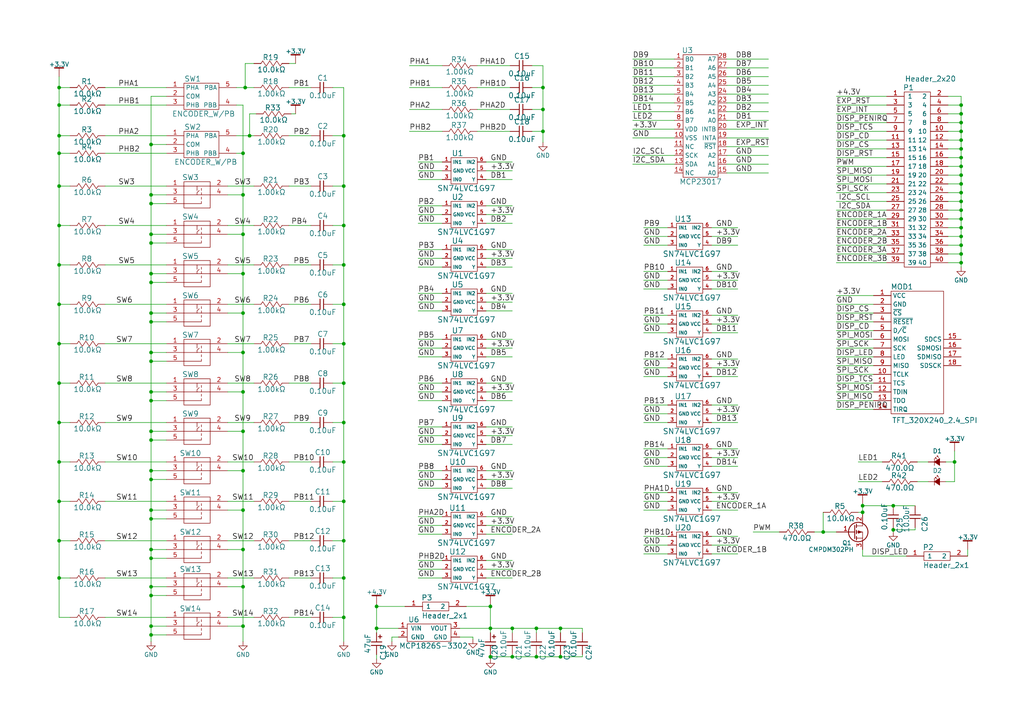
<source format=kicad_sch>
(kicad_sch (version 20230121) (generator eeschema)
  (paper "A4")
  (junction (at 70.485 67.945))
  (junction (at 99.695 167.64))
  (junction (at 278.765 30.48))
  (junction (at 17.145 44.45))
  (junction (at 278.765 35.56))
  (junction (at 43.815 93.345))
  (junction (at 259.08 146.685))
  (junction (at 157.48 38.1))
  (junction (at 70.485 159.385))
  (junction (at 17.145 167.64))
  (junction (at 99.695 88.265))
  (junction (at 43.815 102.235))
  (junction (at 17.145 65.405))
  (junction (at 278.765 63.5))
  (junction (at 17.145 133.985))
  (junction (at 276.86 133.985))
  (junction (at 70.485 181.61))
  (junction (at 155.575 190.5))
  (junction (at 278.765 48.26))
  (junction (at 43.815 159.385))
  (junction (at 17.145 88.265))
  (junction (at 43.815 104.775))
  (junction (at 99.695 179.07))
  (junction (at 17.145 39.37))
  (junction (at 43.815 136.525))
  (junction (at 278.765 73.66))
  (junction (at 278.765 66.04))
  (junction (at 17.145 30.48))
  (junction (at 278.765 55.88))
  (junction (at 43.815 150.495))
  (junction (at 43.815 59.055))
  (junction (at 43.815 90.805))
  (junction (at 99.695 122.555))
  (junction (at 278.765 33.02))
  (junction (at 43.815 127.635))
  (junction (at 99.695 111.125))
  (junction (at 278.765 71.12))
  (junction (at 43.815 172.72))
  (junction (at 71.12 25.4))
  (junction (at 17.145 122.555))
  (junction (at 43.815 81.915))
  (junction (at 43.815 125.095))
  (junction (at 278.765 45.72))
  (junction (at 70.485 113.665))
  (junction (at 278.765 76.2))
  (junction (at 155.575 182.245))
  (junction (at 99.695 99.695))
  (junction (at 278.765 43.18))
  (junction (at 142.24 182.245))
  (junction (at 99.695 39.37))
  (junction (at 17.145 99.695))
  (junction (at 250.19 146.685))
  (junction (at 43.815 147.955))
  (junction (at 99.695 65.405))
  (junction (at 278.765 40.64))
  (junction (at 278.765 68.58))
  (junction (at 17.145 111.125))
  (junction (at 259.08 153.67))
  (junction (at 43.815 181.61))
  (junction (at 72.39 39.37))
  (junction (at 17.145 25.4))
  (junction (at 70.485 136.525))
  (junction (at 43.815 170.18))
  (junction (at 238.76 154.305))
  (junction (at 70.485 44.45))
  (junction (at 99.695 145.415))
  (junction (at 43.815 113.665))
  (junction (at 17.145 145.415))
  (junction (at 43.815 161.925))
  (junction (at 162.56 182.245))
  (junction (at 162.56 190.5))
  (junction (at 148.59 182.245))
  (junction (at 43.815 56.515))
  (junction (at 70.485 125.095))
  (junction (at 99.695 156.845))
  (junction (at 157.48 31.75))
  (junction (at 157.48 25.4))
  (junction (at 43.815 67.945))
  (junction (at 142.24 190.5))
  (junction (at 278.765 38.1))
  (junction (at 278.765 53.34))
  (junction (at 43.815 184.15))
  (junction (at 70.485 170.18))
  (junction (at 99.695 76.835))
  (junction (at 43.815 41.91))
  (junction (at 70.485 90.805))
  (junction (at 70.485 79.375))
  (junction (at 278.765 60.96))
  (junction (at 17.145 53.975))
  (junction (at 17.145 156.845))
  (junction (at 70.485 102.235))
  (junction (at 278.765 58.42))
  (junction (at 70.485 56.515))
  (junction (at 43.815 70.485))
  (junction (at 148.59 190.5))
  (junction (at 70.485 147.955))
  (junction (at 43.815 139.065))
  (junction (at 250.19 148.59))
  (junction (at 99.695 133.985))
  (junction (at 109.22 182.245))
  (junction (at 99.695 53.975))
  (junction (at 17.145 76.835))
  (junction (at 43.815 116.205))
  (junction (at 109.22 175.895))
  (junction (at 278.765 50.8))
  (junction (at 142.24 175.895))
  (junction (at 43.815 79.375))
  (wire (pts (xy 257.175 40.64) (xy 242.57 40.64)))
  (wire (pts (xy 140.97 136.525) (xy 148.59 136.525)))
  (wire (pts (xy 43.815 181.61) (xy 43.815 184.15)))
  (wire (pts (xy 278.765 73.66) (xy 278.765 76.2)))
  (wire (pts (xy 193.675 145.415) (xy 186.69 145.415)))
  (wire (pts (xy 210.82 19.685) (xy 222.885 19.685)))
  (wire (pts (xy 278.765 63.5) (xy 278.765 66.04)))
  (wire (pts (xy 70.485 125.095) (xy 70.485 136.525)))
  (wire (pts (xy 17.145 145.415) (xy 20.32 145.415)))
  (wire (pts (xy 140.97 141.605) (xy 148.59 141.605)))
  (wire (pts (xy 43.815 150.495) (xy 48.26 150.495)))
  (wire (pts (xy 155.575 183.515) (xy 155.575 182.245)))
  (wire (pts (xy 206.375 68.58) (xy 213.995 68.58)))
  (wire (pts (xy 17.145 30.48) (xy 17.145 39.37)))
  (wire (pts (xy 206.375 83.82) (xy 213.995 83.82)))
  (wire (pts (xy 43.815 90.805) (xy 43.815 93.345)))
  (wire (pts (xy 115.57 184.785) (xy 113.665 184.785)))
  (wire (pts (xy 70.485 170.18) (xy 66.04 170.18)))
  (wire (pts (xy 193.675 122.555) (xy 186.69 122.555)))
  (wire (pts (xy 128.27 19.05) (xy 118.745 19.05)))
  (wire (pts (xy 17.145 122.555) (xy 20.32 122.555)))
  (wire (pts (xy 257.175 66.04) (xy 242.57 66.04)))
  (wire (pts (xy 128.27 77.47) (xy 121.285 77.47)))
  (wire (pts (xy 70.485 102.235) (xy 70.485 113.665)))
  (wire (pts (xy 210.82 24.765) (xy 222.885 24.765)))
  (wire (pts (xy 257.175 30.48) (xy 242.57 30.48)))
  (wire (pts (xy 83.82 156.845) (xy 90.17 156.845)))
  (wire (pts (xy 70.485 102.235) (xy 66.04 102.235)))
  (wire (pts (xy 257.175 53.34) (xy 242.57 53.34)))
  (wire (pts (xy 257.175 48.26) (xy 242.57 48.26)))
  (wire (pts (xy 274.955 27.94) (xy 278.765 27.94)))
  (wire (pts (xy 128.27 98.425) (xy 121.285 98.425)))
  (wire (pts (xy 43.815 161.925) (xy 48.26 161.925)))
  (wire (pts (xy 154.305 25.4) (xy 157.48 25.4)))
  (wire (pts (xy 17.145 25.4) (xy 17.145 30.48)))
  (wire (pts (xy 74.295 33.02) (xy 72.39 33.02)))
  (wire (pts (xy 206.375 160.655) (xy 213.995 160.655)))
  (wire (pts (xy 43.815 70.485) (xy 43.815 79.375)))
  (wire (pts (xy 43.815 90.805) (xy 48.26 90.805)))
  (wire (pts (xy 128.27 87.63) (xy 121.285 87.63)))
  (wire (pts (xy 17.145 53.975) (xy 17.145 65.405)))
  (wire (pts (xy 70.485 56.515) (xy 66.04 56.515)))
  (wire (pts (xy 253.365 90.805) (xy 242.57 90.805)))
  (wire (pts (xy 257.175 43.18) (xy 242.57 43.18)))
  (wire (pts (xy 193.675 66.04) (xy 186.69 66.04)))
  (wire (pts (xy 274.955 48.26) (xy 278.765 48.26)))
  (wire (pts (xy 17.145 179.07) (xy 20.32 179.07)))
  (wire (pts (xy 193.675 71.12) (xy 186.69 71.12)))
  (wire (pts (xy 195.58 45.085) (xy 183.515 45.085)))
  (wire (pts (xy 70.485 181.61) (xy 66.04 181.61)))
  (wire (pts (xy 43.815 161.925) (xy 43.815 170.18)))
  (wire (pts (xy 193.675 106.68) (xy 186.69 106.68)))
  (wire (pts (xy 157.48 25.4) (xy 157.48 31.75)))
  (wire (pts (xy 250.19 146.685) (xy 259.08 146.685)))
  (wire (pts (xy 17.145 53.975) (xy 20.32 53.975)))
  (wire (pts (xy 43.815 59.055) (xy 48.26 59.055)))
  (wire (pts (xy 43.815 139.065) (xy 43.815 147.955)))
  (wire (pts (xy 72.39 39.37) (xy 73.66 39.37)))
  (wire (pts (xy 140.97 128.905) (xy 148.59 128.905)))
  (wire (pts (xy 43.815 125.095) (xy 43.815 127.635)))
  (wire (pts (xy 43.815 104.775) (xy 43.815 113.665)))
  (wire (pts (xy 140.97 116.205) (xy 148.59 116.205)))
  (wire (pts (xy 142.24 189.865) (xy 142.24 190.5)))
  (wire (pts (xy 83.82 39.37) (xy 90.17 39.37)))
  (wire (pts (xy 210.82 42.545) (xy 222.885 42.545)))
  (wire (pts (xy 195.58 32.385) (xy 183.515 32.385)))
  (wire (pts (xy 253.365 116.205) (xy 242.57 116.205)))
  (wire (pts (xy 257.175 35.56) (xy 242.57 35.56)))
  (wire (pts (xy 99.695 76.835) (xy 96.52 76.835)))
  (wire (pts (xy 99.695 25.4) (xy 99.695 39.37)))
  (wire (pts (xy 162.56 182.245) (xy 162.56 183.515)))
  (wire (pts (xy 162.56 190.5) (xy 162.56 189.865)))
  (wire (pts (xy 48.26 133.985) (xy 30.48 133.985)))
  (wire (pts (xy 206.375 142.875) (xy 213.995 142.875)))
  (wire (pts (xy 278.765 30.48) (xy 278.765 33.02)))
  (wire (pts (xy 250.19 146.685) (xy 250.19 148.59)))
  (wire (pts (xy 278.765 38.1) (xy 278.765 40.64)))
  (wire (pts (xy 266.065 133.985) (xy 269.24 133.985)))
  (wire (pts (xy 99.695 53.975) (xy 96.52 53.975)))
  (wire (pts (xy 210.82 50.165) (xy 222.885 50.165)))
  (wire (pts (xy 48.26 39.37) (xy 30.48 39.37)))
  (wire (pts (xy 17.145 39.37) (xy 20.32 39.37)))
  (wire (pts (xy 48.26 30.48) (xy 30.48 30.48)))
  (wire (pts (xy 274.955 43.18) (xy 278.765 43.18)))
  (wire (pts (xy 83.82 167.64) (xy 90.17 167.64)))
  (wire (pts (xy 278.765 40.64) (xy 278.765 43.18)))
  (wire (pts (xy 70.485 113.665) (xy 66.04 113.665)))
  (wire (pts (xy 210.82 45.085) (xy 222.885 45.085)))
  (wire (pts (xy 157.48 38.1) (xy 154.305 38.1)))
  (wire (pts (xy 257.175 45.72) (xy 242.57 45.72)))
  (wire (pts (xy 193.675 142.875) (xy 186.69 142.875)))
  (wire (pts (xy 278.765 35.56) (xy 278.765 38.1)))
  (wire (pts (xy 157.48 31.75) (xy 157.48 38.1)))
  (wire (pts (xy 128.27 113.665) (xy 121.285 113.665)))
  (wire (pts (xy 259.08 153.67) (xy 259.08 154.305)))
  (wire (pts (xy 99.695 39.37) (xy 99.695 53.975)))
  (wire (pts (xy 43.815 159.385) (xy 43.815 161.925)))
  (wire (pts (xy 210.82 34.925) (xy 222.885 34.925)))
  (wire (pts (xy 17.145 111.125) (xy 20.32 111.125)))
  (wire (pts (xy 128.27 139.065) (xy 121.285 139.065)))
  (wire (pts (xy 128.27 38.1) (xy 118.745 38.1)))
  (wire (pts (xy 140.97 49.53) (xy 148.59 49.53)))
  (wire (pts (xy 168.91 190.5) (xy 168.91 189.865)))
  (wire (pts (xy 257.175 63.5) (xy 242.57 63.5)))
  (wire (pts (xy 140.97 72.39) (xy 148.59 72.39)))
  (wire (pts (xy 274.955 71.12) (xy 278.765 71.12)))
  (wire (pts (xy 17.145 156.845) (xy 17.145 167.64)))
  (wire (pts (xy 265.43 153.035) (xy 265.43 153.67)))
  (wire (pts (xy 206.375 117.475) (xy 213.995 117.475)))
  (wire (pts (xy 83.82 145.415) (xy 90.17 145.415)))
  (wire (pts (xy 238.76 154.305) (xy 242.57 154.305)))
  (wire (pts (xy 278.765 45.72) (xy 278.765 48.26)))
  (wire (pts (xy 274.955 55.88) (xy 278.765 55.88)))
  (wire (pts (xy 195.58 24.765) (xy 183.515 24.765)))
  (wire (pts (xy 278.765 48.26) (xy 278.765 50.8)))
  (wire (pts (xy 128.27 165.1) (xy 121.285 165.1)))
  (wire (pts (xy 193.675 109.22) (xy 186.69 109.22)))
  (wire (pts (xy 66.04 133.985) (xy 73.66 133.985)))
  (wire (pts (xy 206.375 109.22) (xy 213.995 109.22)))
  (wire (pts (xy 140.97 59.69) (xy 148.59 59.69)))
  (wire (pts (xy 43.815 113.665) (xy 48.26 113.665)))
  (wire (pts (xy 99.695 145.415) (xy 99.695 156.845)))
  (wire (pts (xy 70.485 113.665) (xy 70.485 125.095)))
  (wire (pts (xy 43.815 27.94) (xy 48.26 27.94)))
  (wire (pts (xy 206.375 132.715) (xy 213.995 132.715)))
  (wire (pts (xy 142.24 182.245) (xy 142.24 183.515)))
  (wire (pts (xy 99.695 111.125) (xy 96.52 111.125)))
  (wire (pts (xy 99.695 122.555) (xy 99.695 133.985)))
  (wire (pts (xy 168.91 182.245) (xy 168.91 183.515)))
  (wire (pts (xy 43.815 56.515) (xy 43.815 59.055)))
  (wire (pts (xy 278.765 53.34) (xy 278.765 55.88)))
  (wire (pts (xy 193.675 96.52) (xy 186.69 96.52)))
  (wire (pts (xy 157.48 19.05) (xy 157.48 25.4)))
  (wire (pts (xy 128.27 149.86) (xy 121.285 149.86)))
  (wire (pts (xy 43.815 27.94) (xy 43.815 41.91)))
  (wire (pts (xy 140.97 152.4) (xy 148.59 152.4)))
  (wire (pts (xy 48.26 179.07) (xy 30.48 179.07)))
  (wire (pts (xy 140.97 77.47) (xy 148.59 77.47)))
  (wire (pts (xy 48.26 88.265) (xy 30.48 88.265)))
  (wire (pts (xy 43.815 81.915) (xy 43.815 90.805)))
  (wire (pts (xy 43.815 93.345) (xy 43.815 102.235)))
  (wire (pts (xy 43.815 136.525) (xy 48.26 136.525)))
  (wire (pts (xy 255.905 139.7) (xy 248.92 139.7)))
  (wire (pts (xy 43.815 102.235) (xy 48.26 102.235)))
  (wire (pts (xy 210.82 32.385) (xy 222.885 32.385)))
  (wire (pts (xy 68.58 39.37) (xy 72.39 39.37)))
  (wire (pts (xy 206.375 158.115) (xy 213.995 158.115)))
  (wire (pts (xy 148.59 190.5) (xy 155.575 190.5)))
  (wire (pts (xy 193.675 147.955) (xy 186.69 147.955)))
  (wire (pts (xy 83.82 25.4) (xy 90.17 25.4)))
  (wire (pts (xy 43.815 150.495) (xy 43.815 159.385)))
  (wire (pts (xy 43.815 67.945) (xy 48.26 67.945)))
  (wire (pts (xy 257.175 76.2) (xy 242.57 76.2)))
  (wire (pts (xy 99.695 122.555) (xy 96.52 122.555)))
  (wire (pts (xy 99.695 133.985) (xy 99.695 145.415)))
  (wire (pts (xy 99.695 53.975) (xy 99.695 65.405)))
  (wire (pts (xy 66.04 156.845) (xy 73.66 156.845)))
  (wire (pts (xy 135.255 175.895) (xy 142.24 175.895)))
  (wire (pts (xy 210.82 37.465) (xy 222.885 37.465)))
  (wire (pts (xy 17.145 133.985) (xy 17.145 145.415)))
  (wire (pts (xy 43.815 159.385) (xy 48.26 159.385)))
  (wire (pts (xy 193.675 117.475) (xy 186.69 117.475)))
  (wire (pts (xy 128.27 85.09) (xy 121.285 85.09)))
  (wire (pts (xy 195.58 22.225) (xy 183.515 22.225)))
  (wire (pts (xy 43.815 113.665) (xy 43.815 116.205)))
  (wire (pts (xy 140.97 111.125) (xy 148.59 111.125)))
  (wire (pts (xy 276.86 130.81) (xy 276.86 133.985)))
  (wire (pts (xy 43.815 67.945) (xy 43.815 70.485)))
  (wire (pts (xy 236.22 154.305) (xy 238.76 154.305)))
  (wire (pts (xy 140.97 98.425) (xy 148.59 98.425)))
  (wire (pts (xy 99.695 111.125) (xy 99.695 122.555)))
  (wire (pts (xy 48.26 156.845) (xy 30.48 156.845)))
  (wire (pts (xy 99.695 156.845) (xy 96.52 156.845)))
  (wire (pts (xy 128.27 46.99) (xy 121.285 46.99)))
  (wire (pts (xy 99.695 65.405) (xy 96.52 65.405)))
  (wire (pts (xy 278.765 68.58) (xy 278.765 71.12)))
  (wire (pts (xy 99.695 179.07) (xy 96.52 179.07)))
  (wire (pts (xy 43.815 172.72) (xy 48.26 172.72)))
  (wire (pts (xy 142.24 182.245) (xy 148.59 182.245)))
  (wire (pts (xy 48.26 167.64) (xy 30.48 167.64)))
  (wire (pts (xy 99.695 76.835) (xy 99.695 88.265)))
  (wire (pts (xy 278.765 76.2) (xy 278.765 77.47)))
  (wire (pts (xy 17.145 167.64) (xy 20.32 167.64)))
  (wire (pts (xy 70.485 79.375) (xy 66.04 79.375)))
  (wire (pts (xy 206.375 145.415) (xy 213.995 145.415)))
  (wire (pts (xy 250.19 161.29) (xy 262.89 161.29)))
  (wire (pts (xy 99.695 88.265) (xy 99.695 99.695)))
  (wire (pts (xy 266.065 139.7) (xy 269.24 139.7)))
  (wire (pts (xy 193.675 132.715) (xy 186.69 132.715)))
  (wire (pts (xy 140.97 52.07) (xy 148.59 52.07)))
  (wire (pts (xy 66.04 65.405) (xy 73.66 65.405)))
  (wire (pts (xy 206.375 93.98) (xy 213.995 93.98)))
  (wire (pts (xy 109.22 175.895) (xy 109.22 182.245)))
  (wire (pts (xy 117.475 175.895) (xy 109.22 175.895)))
  (wire (pts (xy 70.485 56.515) (xy 70.485 67.945)))
  (wire (pts (xy 157.48 31.75) (xy 154.305 31.75)))
  (wire (pts (xy 253.365 98.425) (xy 242.57 98.425)))
  (wire (pts (xy 17.145 167.64) (xy 17.145 179.07)))
  (wire (pts (xy 17.145 111.125) (xy 17.145 122.555)))
  (wire (pts (xy 17.145 88.265) (xy 20.32 88.265)))
  (wire (pts (xy 99.695 65.405) (xy 99.695 76.835)))
  (wire (pts (xy 278.765 33.02) (xy 274.955 33.02)))
  (wire (pts (xy 128.27 154.94) (xy 121.285 154.94)))
  (wire (pts (xy 206.375 135.255) (xy 213.995 135.255)))
  (wire (pts (xy 43.815 125.095) (xy 48.26 125.095)))
  (wire (pts (xy 257.175 71.12) (xy 242.57 71.12)))
  (wire (pts (xy 109.22 175.26) (xy 109.22 175.895)))
  (wire (pts (xy 43.815 127.635) (xy 48.26 127.635)))
  (wire (pts (xy 48.26 25.4) (xy 30.48 25.4)))
  (wire (pts (xy 71.12 25.4) (xy 73.66 25.4)))
  (wire (pts (xy 66.04 122.555) (xy 73.66 122.555)))
  (wire (pts (xy 140.97 154.94) (xy 148.59 154.94)))
  (wire (pts (xy 148.59 182.245) (xy 155.575 182.245)))
  (wire (pts (xy 43.815 79.375) (xy 43.815 81.915)))
  (wire (pts (xy 138.43 19.05) (xy 147.955 19.05)))
  (wire (pts (xy 193.675 81.28) (xy 186.69 81.28)))
  (wire (pts (xy 70.485 90.805) (xy 66.04 90.805)))
  (wire (pts (xy 137.16 184.785) (xy 137.16 185.42)))
  (wire (pts (xy 210.82 40.005) (xy 222.885 40.005)))
  (wire (pts (xy 71.12 18.415) (xy 71.12 25.4)))
  (wire (pts (xy 257.175 33.02) (xy 242.57 33.02)))
  (wire (pts (xy 276.86 139.7) (xy 274.32 139.7)))
  (wire (pts (xy 274.955 35.56) (xy 278.765 35.56)))
  (wire (pts (xy 140.97 87.63) (xy 148.59 87.63)))
  (wire (pts (xy 66.04 167.64) (xy 73.66 167.64)))
  (wire (pts (xy 193.675 78.74) (xy 186.69 78.74)))
  (wire (pts (xy 70.485 136.525) (xy 70.485 147.955)))
  (wire (pts (xy 253.365 108.585) (xy 242.57 108.585)))
  (wire (pts (xy 157.48 38.1) (xy 157.48 41.275)))
  (wire (pts (xy 48.26 41.91) (xy 43.815 41.91)))
  (wire (pts (xy 43.815 104.775) (xy 48.26 104.775)))
  (wire (pts (xy 83.82 122.555) (xy 90.17 122.555)))
  (wire (pts (xy 43.815 184.15) (xy 43.815 186.055)))
  (wire (pts (xy 17.145 99.695) (xy 20.32 99.695)))
  (wire (pts (xy 70.485 90.805) (xy 70.485 102.235)))
  (wire (pts (xy 274.955 58.42) (xy 278.765 58.42)))
  (wire (pts (xy 278.765 58.42) (xy 278.765 60.96)))
  (wire (pts (xy 195.58 27.305) (xy 183.515 27.305)))
  (wire (pts (xy 128.27 25.4) (xy 118.745 25.4)))
  (wire (pts (xy 206.375 155.575) (xy 213.995 155.575)))
  (wire (pts (xy 238.76 148.59) (xy 238.76 154.305)))
  (wire (pts (xy 195.58 19.685) (xy 183.515 19.685)))
  (wire (pts (xy 48.26 111.125) (xy 30.48 111.125)))
  (wire (pts (xy 43.815 147.955) (xy 48.26 147.955)))
  (wire (pts (xy 248.92 148.59) (xy 250.19 148.59)))
  (wire (pts (xy 140.97 100.965) (xy 148.59 100.965)))
  (wire (pts (xy 193.675 135.255) (xy 186.69 135.255)))
  (wire (pts (xy 128.27 100.965) (xy 121.285 100.965)))
  (wire (pts (xy 66.04 88.265) (xy 73.66 88.265)))
  (wire (pts (xy 99.695 167.64) (xy 96.52 167.64)))
  (wire (pts (xy 206.375 71.12) (xy 213.995 71.12)))
  (wire (pts (xy 140.97 74.93) (xy 148.59 74.93)))
  (wire (pts (xy 193.675 160.655) (xy 186.69 160.655)))
  (wire (pts (xy 195.58 37.465) (xy 183.515 37.465)))
  (wire (pts (xy 155.575 189.865) (xy 155.575 190.5)))
  (wire (pts (xy 17.145 122.555) (xy 17.145 133.985)))
  (wire (pts (xy 72.39 33.02) (xy 72.39 39.37)))
  (wire (pts (xy 257.175 27.94) (xy 242.57 27.94)))
  (wire (pts (xy 278.765 71.12) (xy 278.765 73.66)))
  (wire (pts (xy 99.695 133.985) (xy 96.52 133.985)))
  (wire (pts (xy 138.43 31.75) (xy 147.955 31.75)))
  (wire (pts (xy 128.27 167.64) (xy 121.285 167.64)))
  (wire (pts (xy 70.485 30.48) (xy 68.58 30.48)))
  (wire (pts (xy 140.97 46.99) (xy 148.59 46.99)))
  (wire (pts (xy 83.82 133.985) (xy 90.17 133.985)))
  (wire (pts (xy 48.26 145.415) (xy 30.48 145.415)))
  (wire (pts (xy 128.27 64.77) (xy 121.285 64.77)))
  (wire (pts (xy 66.04 145.415) (xy 73.66 145.415)))
  (wire (pts (xy 140.97 165.1) (xy 148.59 165.1)))
  (wire (pts (xy 140.97 149.86) (xy 148.59 149.86)))
  (wire (pts (xy 109.22 182.245) (xy 109.22 183.515)))
  (wire (pts (xy 17.145 44.45) (xy 17.145 53.975)))
  (wire (pts (xy 43.815 79.375) (xy 48.26 79.375)))
  (wire (pts (xy 193.675 91.44) (xy 186.69 91.44)))
  (wire (pts (xy 66.04 179.07) (xy 73.66 179.07)))
  (wire (pts (xy 109.22 189.865) (xy 109.22 191.135)))
  (wire (pts (xy 43.815 172.72) (xy 43.815 181.61)))
  (wire (pts (xy 83.82 53.975) (xy 90.17 53.975)))
  (wire (pts (xy 206.375 106.68) (xy 213.995 106.68)))
  (wire (pts (xy 138.43 38.1) (xy 147.955 38.1)))
  (wire (pts (xy 148.59 189.865) (xy 148.59 190.5)))
  (wire (pts (xy 274.955 40.64) (xy 278.765 40.64)))
  (wire (pts (xy 138.43 25.4) (xy 147.955 25.4)))
  (wire (pts (xy 70.485 147.955) (xy 70.485 159.385)))
  (wire (pts (xy 140.97 62.23) (xy 148.59 62.23)))
  (wire (pts (xy 193.675 68.58) (xy 186.69 68.58)))
  (wire (pts (xy 128.27 152.4) (xy 121.285 152.4)))
  (wire (pts (xy 43.815 136.525) (xy 43.815 139.065)))
  (wire (pts (xy 48.26 53.975) (xy 30.48 53.975)))
  (wire (pts (xy 206.375 66.04) (xy 213.995 66.04)))
  (wire (pts (xy 242.57 111.125) (xy 253.365 111.125)))
  (wire (pts (xy 257.175 38.1) (xy 242.57 38.1)))
  (wire (pts (xy 140.97 123.825) (xy 148.59 123.825)))
  (wire (pts (xy 142.24 190.5) (xy 142.24 191.135)))
  (wire (pts (xy 206.375 81.28) (xy 213.995 81.28)))
  (wire (pts (xy 17.145 76.835) (xy 17.145 88.265)))
  (wire (pts (xy 17.145 65.405) (xy 17.145 76.835)))
  (wire (pts (xy 99.695 167.64) (xy 99.695 179.07)))
  (wire (pts (xy 253.365 100.965) (xy 242.57 100.965)))
  (wire (pts (xy 99.695 88.265) (xy 96.52 88.265)))
  (wire (pts (xy 274.955 30.48) (xy 278.765 30.48)))
  (wire (pts (xy 43.815 70.485) (xy 48.26 70.485)))
  (wire (pts (xy 140.97 126.365) (xy 148.59 126.365)))
  (wire (pts (xy 43.815 56.515) (xy 48.26 56.515)))
  (wire (pts (xy 142.24 175.26) (xy 142.24 175.895)))
  (wire (pts (xy 17.145 76.835) (xy 20.32 76.835)))
  (wire (pts (xy 48.26 65.405) (xy 30.48 65.405)))
  (wire (pts (xy 99.695 156.845) (xy 99.695 167.64)))
  (wire (pts (xy 83.82 76.835) (xy 90.17 76.835)))
  (wire (pts (xy 83.82 65.405) (xy 90.17 65.405)))
  (wire (pts (xy 68.58 44.45) (xy 70.485 44.45)))
  (wire (pts (xy 274.955 50.8) (xy 278.765 50.8)))
  (wire (pts (xy 257.175 68.58) (xy 242.57 68.58)))
  (wire (pts (xy 253.365 85.725) (xy 242.57 85.725)))
  (wire (pts (xy 43.815 81.915) (xy 48.26 81.915)))
  (wire (pts (xy 206.375 96.52) (xy 213.995 96.52)))
  (wire (pts (xy 70.485 44.45) (xy 70.485 56.515)))
  (wire (pts (xy 193.675 104.14) (xy 186.69 104.14)))
  (wire (pts (xy 193.675 130.175) (xy 186.69 130.175)))
  (wire (pts (xy 17.145 156.845) (xy 20.32 156.845)))
  (wire (pts (xy 43.815 41.91) (xy 43.815 56.515)))
  (wire (pts (xy 128.27 52.07) (xy 121.285 52.07)))
  (wire (pts (xy 274.955 60.96) (xy 278.765 60.96)))
  (wire (pts (xy 206.375 91.44) (xy 213.995 91.44)))
  (wire (pts (xy 253.365 103.505) (xy 242.57 103.505)))
  (wire (pts (xy 250.19 159.385) (xy 250.19 161.29)))
  (wire (pts (xy 43.815 184.15) (xy 48.26 184.15)))
  (wire (pts (xy 128.27 116.205) (xy 121.285 116.205)))
  (wire (pts (xy 99.695 99.695) (xy 99.695 111.125)))
  (wire (pts (xy 128.27 126.365) (xy 121.285 126.365)))
  (wire (pts (xy 85.725 18.415) (xy 83.82 18.415)))
  (wire (pts (xy 109.22 182.245) (xy 115.57 182.245)))
  (wire (pts (xy 128.27 162.56) (xy 121.285 162.56)))
  (wire (pts (xy 70.485 170.18) (xy 70.485 181.61)))
  (wire (pts (xy 70.485 159.385) (xy 70.485 170.18)))
  (wire (pts (xy 43.815 127.635) (xy 43.815 136.525)))
  (wire (pts (xy 193.675 158.115) (xy 186.69 158.115)))
  (wire (pts (xy 206.375 130.175) (xy 213.995 130.175)))
  (wire (pts (xy 193.675 83.82) (xy 186.69 83.82)))
  (wire (pts (xy 210.82 47.625) (xy 222.885 47.625)))
  (wire (pts (xy 66.04 76.835) (xy 73.66 76.835)))
  (wire (pts (xy 43.815 147.955) (xy 43.815 150.495)))
  (wire (pts (xy 43.815 170.18) (xy 43.815 172.72)))
  (wire (pts (xy 278.765 50.8) (xy 278.765 53.34)))
  (wire (pts (xy 48.26 122.555) (xy 30.48 122.555)))
  (wire (pts (xy 83.82 179.07) (xy 90.17 179.07)))
  (wire (pts (xy 43.815 102.235) (xy 43.815 104.775)))
  (wire (pts (xy 206.375 120.015) (xy 213.995 120.015)))
  (wire (pts (xy 66.04 53.975) (xy 73.66 53.975)))
  (wire (pts (xy 274.955 38.1) (xy 278.765 38.1)))
  (wire (pts (xy 274.955 68.58) (xy 278.765 68.58)))
  (wire (pts (xy 157.48 19.05) (xy 154.305 19.05)))
  (wire (pts (xy 278.765 60.96) (xy 278.765 63.5)))
  (wire (pts (xy 128.27 141.605) (xy 121.285 141.605)))
  (wire (pts (xy 17.145 65.405) (xy 20.32 65.405)))
  (wire (pts (xy 128.27 90.17) (xy 121.285 90.17)))
  (wire (pts (xy 253.365 113.665) (xy 242.57 113.665)))
  (wire (pts (xy 43.815 59.055) (xy 43.815 67.945)))
  (wire (pts (xy 140.97 103.505) (xy 148.59 103.505)))
  (wire (pts (xy 195.58 17.145) (xy 183.515 17.145)))
  (wire (pts (xy 43.815 181.61) (xy 48.26 181.61)))
  (wire (pts (xy 274.955 53.34) (xy 278.765 53.34)))
  (wire (pts (xy 66.04 111.125) (xy 73.66 111.125)))
  (wire (pts (xy 17.145 99.695) (xy 17.145 111.125)))
  (wire (pts (xy 70.485 181.61) (xy 70.485 186.055)))
  (wire (pts (xy 20.32 25.4) (xy 17.145 25.4)))
  (wire (pts (xy 70.485 159.385) (xy 66.04 159.385)))
  (wire (pts (xy 206.375 122.555) (xy 213.995 122.555)))
  (wire (pts (xy 128.27 103.505) (xy 121.285 103.505)))
  (wire (pts (xy 276.86 133.985) (xy 276.86 139.7)))
  (wire (pts (xy 210.82 29.845) (xy 222.885 29.845)))
  (wire (pts (xy 206.375 104.14) (xy 213.995 104.14)))
  (wire (pts (xy 255.905 133.985) (xy 248.92 133.985)))
  (wire (pts (xy 257.175 60.96) (xy 242.57 60.96)))
  (wire (pts (xy 257.175 73.66) (xy 242.57 73.66)))
  (wire (pts (xy 48.26 76.835) (xy 30.48 76.835)))
  (wire (pts (xy 274.955 73.66) (xy 278.765 73.66)))
  (wire (pts (xy 133.35 184.785) (xy 137.16 184.785)))
  (wire (pts (xy 278.765 43.18) (xy 278.765 45.72)))
  (wire (pts (xy 278.765 55.88) (xy 278.765 58.42)))
  (wire (pts (xy 142.24 190.5) (xy 148.59 190.5)))
  (wire (pts (xy 43.815 170.18) (xy 48.26 170.18)))
  (wire (pts (xy 70.485 125.095) (xy 66.04 125.095)))
  (wire (pts (xy 73.66 18.415) (xy 71.12 18.415)))
  (wire (pts (xy 128.27 123.825) (xy 121.285 123.825)))
  (wire (pts (xy 140.97 162.56) (xy 148.59 162.56)))
  (wire (pts (xy 206.375 147.955) (xy 213.995 147.955)))
  (wire (pts (xy 140.97 90.17) (xy 148.59 90.17)))
  (wire (pts (xy 253.365 88.265) (xy 242.57 88.265)))
  (wire (pts (xy 83.82 111.125) (xy 90.17 111.125)))
  (wire (pts (xy 155.575 182.245) (xy 162.56 182.245)))
  (wire (pts (xy 68.58 25.4) (xy 71.12 25.4)))
  (wire (pts (xy 70.485 67.945) (xy 70.485 79.375)))
  (wire (pts (xy 128.27 111.125) (xy 121.285 111.125)))
  (wire (pts (xy 66.04 99.695) (xy 73.66 99.695)))
  (wire (pts (xy 17.145 30.48) (xy 20.32 30.48)))
  (wire (pts (xy 99.695 179.07) (xy 99.695 186.055)))
  (wire (pts (xy 140.97 167.64) (xy 148.59 167.64)))
  (wire (pts (xy 206.375 78.74) (xy 213.995 78.74)))
  (wire (pts (xy 274.955 66.04) (xy 278.765 66.04)))
  (wire (pts (xy 43.815 116.205) (xy 43.815 125.095)))
  (wire (pts (xy 128.27 59.69) (xy 121.285 59.69)))
  (wire (pts (xy 274.955 45.72) (xy 278.765 45.72)))
  (wire (pts (xy 253.365 95.885) (xy 242.57 95.885)))
  (wire (pts (xy 128.27 62.23) (xy 121.285 62.23)))
  (wire (pts (xy 17.145 39.37) (xy 17.145 44.45)))
  (wire (pts (xy 250.19 146.05) (xy 250.19 146.685)))
  (wire (pts (xy 17.145 133.985) (xy 20.32 133.985)))
  (wire (pts (xy 226.06 154.305) (xy 218.44 154.305)))
  (wire (pts (xy 210.82 22.225) (xy 222.885 22.225)))
  (wire (pts (xy 99.695 145.415) (xy 96.52 145.415)))
  (wire (pts (xy 133.35 182.245) (xy 142.24 182.245)))
  (wire (pts (xy 70.485 67.945) (xy 66.04 67.945)))
  (wire (pts (xy 140.97 113.665) (xy 148.59 113.665)))
  (wire (pts (xy 155.575 190.5) (xy 162.56 190.5)))
  (wire (pts (xy 253.365 93.345) (xy 242.57 93.345)))
  (wire (pts (xy 210.82 27.305) (xy 222.885 27.305)))
  (wire (pts (xy 278.765 33.02) (xy 278.765 35.56)))
  (wire (pts (xy 70.485 30.48) (xy 70.485 44.45)))
  (wire (pts (xy 128.27 136.525) (xy 121.285 136.525)))
  (wire (pts (xy 128.27 74.93) (xy 121.285 74.93)))
  (wire (pts (xy 70.485 136.525) (xy 66.04 136.525)))
  (wire (pts (xy 253.365 118.745) (xy 242.57 118.745)))
  (wire (pts (xy 250.19 148.59) (xy 250.19 149.225)))
  (wire (pts (xy 17.145 44.45) (xy 20.32 44.45)))
  (wire (pts (xy 195.58 29.845) (xy 183.515 29.845)))
  (wire (pts (xy 128.27 72.39) (xy 121.285 72.39)))
  (wire (pts (xy 195.58 40.005) (xy 183.515 40.005)))
  (wire (pts (xy 128.27 49.53) (xy 121.285 49.53)))
  (wire (pts (xy 96.52 39.37) (xy 99.695 39.37)))
  (wire (pts (xy 278.765 27.94) (xy 278.765 30.48)))
  (wire (pts (xy 195.58 34.925) (xy 183.515 34.925)))
  (wire (pts (xy 48.26 99.695) (xy 30.48 99.695)))
  (wire (pts (xy 128.27 31.75) (xy 118.745 31.75)))
  (wire (pts (xy 257.175 55.88) (xy 242.57 55.88)))
  (wire (pts (xy 99.695 99.695) (xy 96.52 99.695)))
  (wire (pts (xy 17.145 22.225) (xy 17.145 25.4)))
  (wire (pts (xy 274.955 63.5) (xy 278.765 63.5)))
  (wire (pts (xy 83.82 88.265) (xy 90.17 88.265)))
  (wire (pts (xy 253.365 106.045) (xy 242.57 106.045)))
  (wire (pts (xy 140.97 64.77) (xy 148.59 64.77)))
  (wire (pts (xy 274.955 76.2) (xy 278.765 76.2)))
  (wire (pts (xy 278.765 66.04) (xy 278.765 68.58)))
  (wire (pts (xy 84.455 33.02) (xy 85.725 33.02)))
  (wire (pts (xy 113.665 184.785) (xy 113.665 186.055)))
  (wire (pts (xy 162.56 190.5) (xy 168.91 190.5)))
  (wire (pts (xy 142.24 175.895) (xy 142.24 182.245)))
  (wire (pts (xy 195.58 47.625) (xy 183.515 47.625)))
  (wire (pts (xy 43.815 139.065) (xy 48.26 139.065)))
  (wire (pts (xy 43.815 93.345) (xy 48.26 93.345)))
  (wire (pts (xy 83.82 99.695) (xy 90.17 99.695)))
  (wire (pts (xy 210.82 17.145) (xy 222.885 17.145)))
  (wire (pts (xy 193.675 93.98) (xy 186.69 93.98)))
  (wire (pts (xy 96.52 25.4) (xy 99.695 25.4)))
  (wire (pts (xy 70.485 147.955) (xy 66.04 147.955)))
  (wire (pts (xy 140.97 139.065) (xy 148.59 139.065)))
  (wire (pts (xy 148.59 183.515) (xy 148.59 182.245)))
  (wire (pts (xy 265.43 153.67) (xy 259.08 153.67)))
  (wire (pts (xy 259.08 153.035) (xy 259.08 153.67)))
  (wire (pts (xy 128.27 128.905) (xy 121.285 128.905)))
  (wire (pts (xy 193.675 155.575) (xy 186.69 155.575)))
  (wire (pts (xy 48.26 44.45) (xy 30.48 44.45)))
  (wire (pts (xy 17.145 145.415) (xy 17.145 156.845)))
  (wire (pts (xy 17.145 88.265) (xy 17.145 99.695)))
  (wire (pts (xy 280.67 159.385) (xy 280.67 161.29)))
  (wire (pts (xy 193.675 120.015) (xy 186.69 120.015)))
  (wire (pts (xy 162.56 182.245) (xy 168.91 182.245)))
  (wire (pts (xy 259.08 146.685) (xy 265.43 146.685)))
  (wire (pts (xy 43.815 116.205) (xy 48.26 116.205)))
  (wire (pts (xy 257.175 58.42) (xy 242.57 58.42)))
  (wire (pts (xy 70.485 79.375) (xy 70.485 90.805)))
  (wire (pts (xy 274.32 133.985) (xy 276.86 133.985)))
  (wire (pts (xy 257.175 50.8) (xy 242.57 50.8)))
  (wire (pts (xy 140.97 85.09) (xy 148.59 85.09)))
  (label "SPI_SCK" (at 242.57 100.965 0) (effects (font (size 1.524 1.524))))
  (label "GND" (at 142.24 149.86 0) (effects (font (size 1.524 1.524))))
  (label "SW4" (at 67.945 65.405 0) (effects (font (size 1.524 1.524))))
  (label "GND" (at 207.645 117.475 0) (effects (font (size 1.524 1.524))))
  (label "SW5" (at 67.945 76.835 0) (effects (font (size 1.524 1.524))))
  (label "SW8" (at 67.945 111.125 0) (effects (font (size 1.524 1.524))))
  (label "GND" (at 142.24 98.425 0) (effects (font (size 1.524 1.524))))
  (label "+3.3V" (at 207.645 106.68 0) (effects (font (size 1.524 1.524))))
  (label "DB4" (at 213.36 27.305 0) (effects (font (size 1.524 1.524))))
  (label "GND" (at 121.285 64.77 0) (effects (font (size 1.524 1.524))))
  (label "+3.3V" (at 142.24 139.065 0) (effects (font (size 1.524 1.524))))
  (label "SW4" (at 34.29 65.405 0) (effects (font (size 1.524 1.524))))
  (label "I2C_SCL" (at 243.205 58.42 0) (effects (font (size 1.524 1.524))))
  (label "PHA1" (at 34.29 25.4 0) (effects (font (size 1.524 1.524))))
  (label "GND" (at 121.285 113.665 0) (effects (font (size 1.524 1.524))))
  (label "GND" (at 186.69 145.415 0) (effects (font (size 1.524 1.524))))
  (label "DISP_CD" (at 242.57 95.885 0) (effects (font (size 1.524 1.524))))
  (label "EXP_INT" (at 242.57 33.02 0) (effects (font (size 1.524 1.524))))
  (label "SW11" (at 67.31 145.415 0) (effects (font (size 1.524 1.524))))
  (label "GND" (at 186.69 96.52 0) (effects (font (size 1.524 1.524))))
  (label "SPI_MOSI" (at 242.57 98.425 0) (effects (font (size 1.524 1.524))))
  (label "+3.3V" (at 207.645 145.415 0) (effects (font (size 1.524 1.524))))
  (label "PHA1D" (at 186.69 142.875 0) (effects (font (size 1.524 1.524))))
  (label "SW9" (at 67.945 122.555 0) (effects (font (size 1.524 1.524))))
  (label "+3.3V" (at 142.24 126.365 0) (effects (font (size 1.524 1.524))))
  (label "SPI_SCK" (at 242.57 108.585 0) (effects (font (size 1.524 1.524))))
  (label "PHB1" (at 118.745 25.4 0) (effects (font (size 1.524 1.524))))
  (label "DISP_RST" (at 242.57 93.345 0) (effects (font (size 1.524 1.524))))
  (label "PHB2D" (at 139.065 38.1 0) (effects (font (size 1.524 1.524))))
  (label "PB8" (at 121.285 136.525 0) (effects (font (size 1.524 1.524))))
  (label "ENCODER_1A" (at 207.645 147.955 0) (effects (font (size 1.524 1.524))))
  (label "GND" (at 207.645 66.04 0) (effects (font (size 1.524 1.524))))
  (label "SPI_MISO" (at 242.57 50.8 0) (effects (font (size 1.524 1.524))))
  (label "DB4" (at 142.24 90.17 0) (effects (font (size 1.524 1.524))))
  (label "GND" (at 186.69 135.255 0) (effects (font (size 1.524 1.524))))
  (label "+3.3V" (at 142.24 165.1 0) (effects (font (size 1.524 1.524))))
  (label "+3.3V" (at 207.645 93.98 0) (effects (font (size 1.524 1.524))))
  (label "DB5" (at 142.24 103.505 0) (effects (font (size 1.524 1.524))))
  (label "GND" (at 186.69 120.015 0) (effects (font (size 1.524 1.524))))
  (label "PB2" (at 121.285 59.69 0) (effects (font (size 1.524 1.524))))
  (label "SW3" (at 67.945 53.975 0) (effects (font (size 1.524 1.524))))
  (label "+3.3V" (at 207.645 81.28 0) (effects (font (size 1.524 1.524))))
  (label "+3.3V" (at 142.24 62.23 0) (effects (font (size 1.524 1.524))))
  (label "GND" (at 121.285 100.965 0) (effects (font (size 1.524 1.524))))
  (label "DB12" (at 207.645 109.22 0) (effects (font (size 1.524 1.524))))
  (label "SPI_SCK" (at 242.57 55.88 0) (effects (font (size 1.524 1.524))))
  (label "DB11" (at 183.515 22.225 0) (effects (font (size 1.524 1.524))))
  (label "PB1" (at 121.285 46.99 0) (effects (font (size 1.524 1.524))))
  (label "PB7" (at 121.285 123.825 0) (effects (font (size 1.524 1.524))))
  (label "DISP_LED" (at 242.57 103.505 0) (effects (font (size 1.524 1.524))))
  (label "+3.3V" (at 142.24 74.93 0) (effects (font (size 1.524 1.524))))
  (label "SW7" (at 67.945 99.695 0) (effects (font (size 1.524 1.524))))
  (label "SW8" (at 33.655 111.125 0) (effects (font (size 1.524 1.524))))
  (label "ENCODER_1A" (at 242.57 63.5 0) (effects (font (size 1.524 1.524))))
  (label "DB1" (at 142.24 52.07 0) (effects (font (size 1.524 1.524))))
  (label "ENCODER_1B" (at 242.57 66.04 0) (effects (font (size 1.524 1.524))))
  (label "GND" (at 186.69 93.98 0) (effects (font (size 1.524 1.524))))
  (label "GND" (at 142.24 162.56 0) (effects (font (size 1.524 1.524))))
  (label "SPI_MISO" (at 242.57 106.045 0) (effects (font (size 1.524 1.524))))
  (label "PHA1" (at 118.745 19.05 0) (effects (font (size 1.524 1.524))))
  (label "+3.3V" (at 183.515 37.465 0) (effects (font (size 1.524 1.524))))
  (label "PB12" (at 186.69 104.14 0) (effects (font (size 1.524 1.524))))
  (label "PWM" (at 242.57 48.26 0) (effects (font (size 1.524 1.524))))
  (label "DB14" (at 207.645 135.255 0) (effects (font (size 1.524 1.524))))
  (label "GND" (at 186.69 68.58 0) (effects (font (size 1.524 1.524))))
  (label "SW7" (at 33.655 99.695 0) (effects (font (size 1.524 1.524))))
  (label "DB8" (at 213.36 17.145 0) (effects (font (size 1.524 1.524))))
  (label "GND" (at 121.285 139.065 0) (effects (font (size 1.524 1.524))))
  (label "PB11" (at 186.69 91.44 0) (effects (font (size 1.524 1.524))))
  (label "SW11" (at 33.655 145.415 0) (effects (font (size 1.524 1.524))))
  (label "DB2" (at 142.24 64.77 0) (effects (font (size 1.524 1.524))))
  (label "PB9" (at 85.09 122.555 0) (effects (font (size 1.524 1.524))))
  (label "GND" (at 186.69 122.555 0) (effects (font (size 1.524 1.524))))
  (label "+3.3V" (at 207.645 158.115 0) (effects (font (size 1.524 1.524))))
  (label "PHB2D" (at 121.285 162.56 0) (effects (font (size 1.524 1.524))))
  (label "SW6" (at 67.945 88.265 0) (effects (font (size 1.524 1.524))))
  (label "PB3" (at 85.09 53.975 0) (effects (font (size 1.524 1.524))))
  (label "DISP_CS" (at 242.57 90.805 0) (effects (font (size 1.524 1.524))))
  (label "DB13" (at 207.645 122.555 0) (effects (font (size 1.524 1.524))))
  (label "GND" (at 183.515 40.005 0) (effects (font (size 1.524 1.524))))
  (label "GND" (at 186.69 158.115 0) (effects (font (size 1.524 1.524))))
  (label "GND" (at 121.285 128.905 0) (effects (font (size 1.524 1.524))))
  (label "+3.3V" (at 207.645 120.015 0) (effects (font (size 1.524 1.524))))
  (label "DB3" (at 213.36 29.845 0) (effects (font (size 1.524 1.524))))
  (label "+3.3V" (at 142.24 100.965 0) (effects (font (size 1.524 1.524))))
  (label "GND" (at 142.24 59.69 0) (effects (font (size 1.524 1.524))))
  (label "+3.3V" (at 242.57 85.725 0) (effects (font (size 1.524 1.524))))
  (label "EXP_INT" (at 213.36 37.465 0) (effects (font (size 1.524 1.524))))
  (label "SW13" (at 67.31 167.64 0) (effects (font (size 1.524 1.524))))
  (label "+3.3V" (at 142.24 49.53 0) (effects (font (size 1.524 1.524))))
  (label "GND" (at 121.285 165.1 0) (effects (font (size 1.524 1.524))))
  (label "SW14" (at 33.655 179.07 0) (effects (font (size 1.524 1.524))))
  (label "DISP_TCS" (at 242.57 38.1 0) (effects (font (size 1.524 1.524))))
  (label "PB12" (at 85.09 156.845 0) (effects (font (size 1.524 1.524))))
  (label "I2C_SCL" (at 183.515 45.085 0) (effects (font (size 1.524 1.524))))
  (label "+3.3V" (at 207.645 132.715 0) (effects (font (size 1.524 1.524))))
  (label "PB13" (at 186.69 117.475 0) (effects (font (size 1.524 1.524))))
  (label "GND" (at 142.24 46.99 0) (effects (font (size 1.524 1.524))))
  (label "ENCODER_1B" (at 207.645 160.655 0) (effects (font (size 1.524 1.524))))
  (label "GND" (at 207.645 91.44 0) (effects (font (size 1.524 1.524))))
  (label "GND" (at 186.69 109.22 0) (effects (font (size 1.524 1.524))))
  (label "SW13" (at 33.655 167.64 0) (effects (font (size 1.524 1.524))))
  (label "PB6" (at 121.285 111.125 0) (effects (font (size 1.524 1.524))))
  (label "DISP_CS" (at 242.57 43.18 0) (effects (font (size 1.524 1.524))))
  (label "DB8" (at 142.24 141.605 0) (effects (font (size 1.524 1.524))))
  (label "SW3" (at 34.29 53.975 0) (effects (font (size 1.524 1.524))))
  (label "PHB2" (at 34.29 44.45 0) (effects (font (size 1.524 1.524))))
  (label "PB14" (at 85.09 179.07 0) (effects (font (size 1.524 1.524))))
  (label "GND" (at 207.645 104.14 0) (effects (font (size 1.524 1.524))))
  (label "GND" (at 142.24 136.525 0) (effects (font (size 1.524 1.524))))
  (label "GND" (at 121.285 152.4 0) (effects (font (size 1.524 1.524))))
  (label "+3.3V" (at 142.24 113.665 0) (effects (font (size 1.524 1.524))))
  (label "GND" (at 121.285 90.17 0) (effects (font (size 1.524 1.524))))
  (label "DB10" (at 207.645 83.82 0) (effects (font (size 1.524 1.524))))
  (label "PB11" (at 85.09 145.415 0) (effects (font (size 1.524 1.524))))
  (label "PB4" (at 121.285 85.09 0) (effects (font (size 1.524 1.524))))
  (label "DB13" (at 183.515 27.305 0) (effects (font (size 1.524 1.524))))
  (label "DB9" (at 207.645 71.12 0) (effects (font (size 1.524 1.524))))
  (label "PB6" (at 85.09 88.265 0) (effects (font (size 1.524 1.524))))
  (label "DB3" (at 142.24 77.47 0) (effects (font (size 1.524 1.524))))
  (label "GND" (at 207.645 155.575 0) (effects (font (size 1.524 1.524))))
  (label "GND" (at 121.285 103.505 0) (effects (font (size 1.524 1.524))))
  (label "DB6" (at 142.24 116.205 0) (effects (font (size 1.524 1.524))))
  (label "PHB1" (at 34.29 30.48 0) (effects (font (size 1.524 1.524))))
  (label "GND" (at 186.69 81.28 0) (effects (font (size 1.524 1.524))))
  (label "PHA2" (at 34.29 39.37 0) (effects (font (size 1.524 1.524))))
  (label "GND" (at 242.57 88.265 0) (effects (font (size 1.524 1.524))))
  (label "DB7" (at 213.36 19.685 0) (effects (font (size 1.524 1.524))))
  (label "ENCODER_2A" (at 242.57 68.58 0) (effects (font (size 1.524 1.524))))
  (label "LED1" (at 248.92 133.985 0) (effects (font (size 1.524 1.524))))
  (label "GND" (at 186.69 132.715 0) (effects (font (size 1.524 1.524))))
  (label "GND" (at 186.69 83.82 0) (effects (font (size 1.524 1.524))))
  (label "PHB1D" (at 139.065 25.4 0) (effects (font (size 1.524 1.524))))
  (label "ENCODER_3B" (at 242.57 76.2 0) (effects (font (size 1.524 1.524))))
  (label "SW5" (at 34.29 76.835 0) (effects (font (size 1.524 1.524))))
  (label "LED2" (at 183.515 34.925 0) (effects (font (size 1.524 1.524))))
  (label "GND" (at 213.36 47.625 0) (effects (font (size 1.524 1.524))))
  (label "PB9" (at 186.69 66.04 0) (effects (font (size 1.524 1.524))))
  (label "DB6" (at 213.36 22.225 0) (effects (font (size 1.524 1.524))))
  (label "DB11" (at 207.645 96.52 0) (effects (font (size 1.524 1.524))))
  (label "EXP_RST" (at 242.57 30.48 0) (effects (font (size 1.524 1.524))))
  (label "GND" (at 207.645 142.875 0) (effects (font (size 1.524 1.524))))
  (label "SPI_MISO" (at 242.57 116.205 0) (effects (font (size 1.524 1.524))))
  (label "GND" (at 207.645 130.175 0) (effects (font (size 1.524 1.524))))
  (label "GND" (at 142.24 85.09 0) (effects (font (size 1.524 1.524))))
  (label "GND" (at 121.285 167.64 0) (effects (font (size 1.524 1.524))))
  (label "I2C_SDA" (at 243.205 60.96 0) (effects (font (size 1.524 1.524))))
  (label "DB2" (at 213.36 32.385 0) (effects (font (size 1.524 1.524))))
  (label "PB13" (at 85.09 167.64 0) (effects (font (size 1.524 1.524))))
  (label "+3.3V" (at 142.24 87.63 0) (effects (font (size 1.524 1.524))))
  (label "PB5" (at 85.09 76.835 0) (effects (font (size 1.524 1.524))))
  (label "GND" (at 121.285 49.53 0) (effects (font (size 1.524 1.524))))
  (label "LED2" (at 248.92 139.7 0) (effects (font (size 1.524 1.524))))
  (label "PB4" (at 84.455 65.405 0) (effects (font (size 1.524 1.524))))
  (label "DISP_PENIRQ" (at 242.57 35.56 0) (effects (font (size 1.524 1.524))))
  (label "PB5" (at 121.285 98.425 0) (effects (font (size 1.524 1.524))))
  (label "PB7" (at 85.09 99.695 0) (effects (font (size 1.524 1.524))))
  (label "GND" (at 121.285 116.205 0) (effects (font (size 1.524 1.524))))
  (label "PHA2D" (at 139.065 31.75 0) (effects (font (size 1.524 1.524))))
  (label "SPI_MOSI" (at 242.57 113.665 0) (effects (font (size 1.524 1.524))))
  (label "ENCODER_3A" (at 242.57 73.66 0) (effects (font (size 1.524 1.524))))
  (label "DISP_TCS" (at 242.57 111.125 0) (effects (font (size 1.524 1.524))))
  (label "GND" (at 186.69 71.12 0) (effects (font (size 1.524 1.524))))
  (label "DB12" (at 183.515 24.765 0) (effects (font (size 1.524 1.524))))
  (label "GND" (at 121.285 141.605 0) (effects (font (size 1.524 1.524))))
  (label "GND" (at 186.69 106.68 0) (effects (font (size 1.524 1.524))))
  (label "+3.3V" (at 142.24 152.4 0) (effects (font (size 1.524 1.524))))
  (label "PB2" (at 85.09 39.37 0) (effects (font (size 1.524 1.524))))
  (label "GND" (at 121.285 77.47 0) (effects (font (size 1.524 1.524))))
  (label "SW12" (at 67.31 156.845 0) (effects (font (size 1.524 1.524))))
  (label "SW12" (at 33.655 156.845 0) (effects (font (size 1.524 1.524))))
  (label "ENCODER_2B" (at 142.24 167.64 0) (effects (font (size 1.524 1.524))))
  (label "GND" (at 213.36 50.165 0) (effects (font (size 1.524 1.524))))
  (label "SW10" (at 33.655 133.985 0) (effects (font (size 1.524 1.524))))
  (label "GND" (at 186.69 147.955 0) (effects (font (size 1.524 1.524))))
  (label "GND" (at 121.285 126.365 0) (effects (font (size 1.524 1.524))))
  (label "DISP_LED" (at 252.73 161.29 0) (effects (font (size 1.524 1.524))))
  (label "ENCODER_2A" (at 142.24 154.94 0) (effects (font (size 1.524 1.524))))
  (label "PWM" (at 218.44 154.305 0) (effects (font (size 1.524 1.524))))
  (label "LED1" (at 183.515 32.385 0) (effects (font (size 1.524 1.524))))
  (label "PB14" (at 186.69 130.175 0) (effects (font (size 1.524 1.524))))
  (label "PB10" (at 186.69 78.74 0) (effects (font (size 1.524 1.524))))
  (label "EXP_RST" (at 213.36 42.545 0) (effects (font (size 1.524 1.524))))
  (label "SW9" (at 33.655 122.555 0) (effects (font (size 1.524 1.524))))
  (label "DISP_CD" (at 242.57 40.64 0) (effects (font (size 1.524 1.524))))
  (label "DISP_PENIRQ" (at 242.57 118.745 0) (effects (font (size 1.524 1.524))))
  (label "DB14" (at 183.515 29.845 0) (effects (font (size 1.524 1.524))))
  (label "DB5" (at 213.36 24.765 0) (effects (font (size 1.524 1.524))))
  (label "GND" (at 121.285 62.23 0) (effects (font (size 1.524 1.524))))
  (label "GND" (at 142.24 111.125 0) (effects (font (size 1.524 1.524))))
  (label "DB1" (at 213.36 34.925 0) (effects (font (size 1.524 1.524))))
  (label "GND" (at 121.285 74.93 0) (effects (font (size 1.524 1.524))))
  (label "SPI_MOSI" (at 242.57 53.34 0) (effects (font (size 1.524 1.524))))
  (label "GND" (at 142.24 123.825 0) (effects (font (size 1.524 1.524))))
  (label "DB7" (at 142.24 128.905 0) (effects (font (size 1.524 1.524))))
  (label "SW14" (at 67.31 179.07 0) (effects (font (size 1.524 1.524))))
  (label "I2C_SDA" (at 183.515 47.625 0) (effects (font (size 1.524 1.524))))
  (label "ENCODER_2B" (at 242.57 71.12 0) (effects (font (size 1.524 1.524))))
  (label "DB10" (at 183.515 19.685 0) (effects (font (size 1.524 1.524))))
  (label "GND" (at 186.69 160.655 0) (effects (font (size 1.524 1.524))))
  (label "PB1" (at 85.09 25.4 0) (effects (font (size 1.524 1.524))))
  (label "PHA1D" (at 139.065 19.05 0) (effects (font (size 1.524 1.524))))
  (label "PB3" (at 121.285 72.39 0) (effects (font (size 1.524 1.524))))
  (label "PHB2" (at 118.745 38.1 0) (effects (font (size 1.524 1.524))))
  (label "SW6" (at 33.655 88.265 0) (effects (font (size 1.524 1.524))))
  (label "GND" (at 213.36 45.085 0) (effects (font (size 1.524 1.524))))
  (label "PHB1D" (at 186.69 155.575 0) (effects (font (size 1.524 1.524))))
  (label "GND" (at 121.285 87.63 0) (effects (font (size 1.524 1.524))))
  (label "PB8" (at 85.09 111.125 0) (effects (font (size 1.524 1.524))))
  (label "GND" (at 207.645 78.74 0) (effects (font (size 1.524 1.524))))
  (label "PHA2D" (at 121.285 149.86 0) (effects (font (size 1.524 1.524))))
  (label "PB10" (at 85.09 133.985 0) (effects (font (size 1.524 1.524))))
  (label "PHA2" (at 118.745 31.75 0) (effects (font (size 1.524 1.524))))
  (label "+3.3V" (at 207.645 68.58 0) (effects (font (size 1.524 1.524))))
  (label "GND" (at 142.24 72.39 0) (effects (font (size 1.524 1.524))))
  (label "DB9" (at 183.515 17.145 0) (effects (font (size 1.524 1.524))))
  (label "DISP_RST" (at 242.57 45.72 0) (effects (font (size 1.524 1.524))))
  (label "GND" (at 121.285 154.94 0) (effects (font (size 1.524 1.524))))
  (label "GND" (at 121.285 52.07 0) (effects (font (size 1.524 1.524))))
  (label "SW10" (at 67.31 133.985 0) (effects (font (size 1.524 1.524))))
  (label "+4.3V" (at 242.57 27.94 0) (effects (font (size 1.524 1.524))))
  (symbol (lib_id "UNIVERSAL_IO_2.8_Rev1.1-rescue:SWITCH_-_ENCODER_W/PUSH_BUTTON") (at 53.34 25.4 0) (unit 1)
    (property "Reference" "SW1" (at 55.88 22.86 0) (effects (font (size 1.524 1.524))))
    (property "Value" "ENCODER_W/PB" (at 59.055 33.02 0) (effects (font (size 1.524 1.524))))
    (property "Footprint" "Kicad:SW_PEC11_QUAD_ENCODER_TH_PB" (effects hide))
  )
  (symbol (lib_id "UNIVERSAL_IO_2.8_Rev1.1-rescue:SWITCH_-_ENCODER_W/PUSH_BUTTON") (at 53.34 39.37 0) (unit 1)
    (property "Reference" "SW2" (at 55.88 36.83 0) (effects (font (size 1.524 1.524))))
    (property "Value" "ENCODER_W/PB" (at 59.69 46.99 0) (effects (font (size 1.524 1.524))))
    (property "Footprint" "Kicad:SW_PEC11_QUAD_ENCODER_TH_PB" (effects hide))
  )
  (symbol (lib_id "UNIVERSAL_IO_2.8_Rev1.1-rescue:Led_Small") (at 271.78 133.985 0) (unit 1)
    (property "Reference" "D1" (at 270.51 130.81 0) (effects (justify left)))
    (property "Value" "Led_Small" (effects hide))
    (property "Footprint" "Kicad:LED_3MM_TH" (effects hide))
  )
  (symbol (lib_id "UNIVERSAL_IO_2.8_Rev1.1-rescue:Led_Small") (at 271.78 139.7 0) (unit 1)
    (property "Reference" "D2" (at 270.51 136.525 0) (effects (justify left)))
    (property "Value" "Led_Small" (effects hide))
    (property "Footprint" "Kicad:LED_3MM_TH" (effects hide))
  )
  (symbol (lib_id "UNIVERSAL_IO_2.8_Rev1.1-rescue:PUSHBUTTON_SPST_6MM_TH_GND") (at 53.34 65.405 0) (unit 1)
    (property "Reference" "SW4" (at 55.245 62.865 0) (effects (font (size 1.524 1.524))))
    (property "Value" "PUSHBUTTON_SPST_6MM_TH_GND" (effects hide))
    (property "Footprint" "Kicad:SWITCH_PB_6MM_TH_GND" (effects hide))
  )
  (symbol (lib_id "UNIVERSAL_IO_2.8_Rev1.1-rescue:PUSHBUTTON_SPST_6MM_TH_GND") (at 53.34 99.695 0) (unit 1)
    (property "Reference" "SW7" (at 55.245 97.155 0) (effects (font (size 1.524 1.524))))
    (property "Value" "PUSHBUTTON_SPST_6MM_TH_GND" (effects hide))
    (property "Footprint" "Kicad:SWITCH_PB_6MM_TH_GND" (effects hide))
  )
  (symbol (lib_id "UNIVERSAL_IO_2.8_Rev1.1-rescue:PUSHBUTTON_SPST_6MM_TH_GND") (at 53.34 133.985 0) (unit 1)
    (property "Reference" "SW10" (at 55.245 131.445 0) (effects (font (size 1.524 1.524))))
    (property "Value" "PUSHBUTTON_SPST_6MM_TH_GND" (effects hide))
    (property "Footprint" "Kicad:SWITCH_PB_6MM_TH_GND" (effects hide))
  )
  (symbol (lib_id "UNIVERSAL_IO_2.8_Rev1.1-rescue:PUSHBUTTON_SPST_6MM_TH_GND") (at 53.34 145.415 0) (unit 1)
    (property "Reference" "SW11" (at 55.245 142.875 0) (effects (font (size 1.524 1.524))))
    (property "Value" "PUSHBUTTON_SPST_6MM_TH_GND" (effects hide))
    (property "Footprint" "Kicad:SWITCH_PB_6MM_TH_GND" (effects hide))
  )
  (symbol (lib_id "UNIVERSAL_IO_2.8_Rev1.1-rescue:PUSHBUTTON_SPST_6MM_TH_GND") (at 53.34 76.835 0) (unit 1)
    (property "Reference" "SW5" (at 55.245 74.295 0) (effects (font (size 1.524 1.524))))
    (property "Value" "PUSHBUTTON_SPST_6MM_TH_GND" (effects hide))
    (property "Footprint" "Kicad:SWITCH_PB_6MM_TH_GND" (effects hide))
  )
  (symbol (lib_id "UNIVERSAL_IO_2.8_Rev1.1-rescue:PUSHBUTTON_SPST_6MM_TH_GND") (at 53.34 122.555 0) (unit 1)
    (property "Reference" "SW9" (at 55.245 120.015 0) (effects (font (size 1.524 1.524))))
    (property "Value" "PUSHBUTTON_SPST_6MM_TH_GND" (effects hide))
    (property "Footprint" "Kicad:SWITCH_PB_6MM_TH_GND" (effects hide))
  )
  (symbol (lib_id "UNIVERSAL_IO_2.8_Rev1.1-rescue:PUSHBUTTON_SPST_6MM_TH_GND") (at 53.34 156.845 0) (unit 1)
    (property "Reference" "SW12" (at 55.245 154.305 0) (effects (font (size 1.524 1.524))))
    (property "Value" "PUSHBUTTON_SPST_6MM_TH_GND" (effects hide))
    (property "Footprint" "Kicad:SWITCH_PB_6MM_TH_GND" (effects hide))
  )
  (symbol (lib_id "UNIVERSAL_IO_2.8_Rev1.1-rescue:PUSHBUTTON_SPST_6MM_TH_GND") (at 53.34 53.975 0) (unit 1)
    (property "Reference" "SW3" (at 55.245 51.435 0) (effects (font (size 1.524 1.524))))
    (property "Value" "PUSHBUTTON_SPST_6MM_TH_GND" (effects hide))
    (property "Footprint" "Kicad:SWITCH_PB_6MM_TH_GND" (effects hide))
  )
  (symbol (lib_id "UNIVERSAL_IO_2.8_Rev1.1-rescue:PUSHBUTTON_SPST_6MM_TH_GND") (at 53.34 88.265 0) (unit 1)
    (property "Reference" "SW6" (at 55.245 85.725 0) (effects (font (size 1.524 1.524))))
    (property "Value" "PUSHBUTTON_SPST_6MM_TH_GND" (effects hide))
    (property "Footprint" "Kicad:SWITCH_PB_6MM_TH_GND" (effects hide))
  )
  (symbol (lib_id "UNIVERSAL_IO_2.8_Rev1.1-rescue:PUSHBUTTON_SPST_6MM_TH_GND") (at 53.34 111.125 0) (unit 1)
    (property "Reference" "SW8" (at 55.245 108.585 0) (effects (font (size 1.524 1.524))))
    (property "Value" "PUSHBUTTON_SPST_6MM_TH_GND" (effects hide))
    (property "Footprint" "Kicad:SWITCH_PB_6MM_TH_GND" (effects hide))
  )
  (symbol (lib_id "UNIVERSAL_IO_2.8_Rev1.1-rescue:GND") (at 278.765 77.47 0) (unit 1)
    (property "Reference" "#PWR5" (effects hide))
    (property "Value" "GND" (at 278.765 81.28 0))
  )
  (symbol (lib_id "UNIVERSAL_IO_2.8_Rev1.1-rescue:GND") (at 43.815 186.055 0) (unit 1)
    (property "Reference" "#PWR13" (effects hide))
    (property "Value" "GND" (at 43.815 189.865 0))
  )
  (symbol (lib_id "UNIVERSAL_IO_2.8_Rev1.1-rescue:GND") (at 70.485 186.055 0) (unit 1)
    (property "Reference" "#PWR14" (effects hide))
    (property "Value" "GND" (at 70.485 189.865 0))
  )
  (symbol (lib_id "UNIVERSAL_IO_2.8_Rev1.1-rescue:10.0kΩ") (at 20.32 25.4 0) (unit 1)
    (property "Reference" "R1" (at 25.146 23.622 0) (effects (font (size 1.524 1.524))))
    (property "Value" "10.0kΩ" (at 25.4 27.178 0) (effects (font (size 1.524 1.524))))
    (property "Footprint" "Kicad:P0603" (effects hide))
  )
  (symbol (lib_id "UNIVERSAL_IO_2.8_Rev1.1-rescue:+3.3V") (at 17.145 22.225 0) (unit 1)
    (property "Reference" "#PWR2" (effects hide))
    (property "Value" "+3.3V" (at 17.145 18.669 0))
  )
  (symbol (lib_id "UNIVERSAL_IO_2.8_Rev1.1-rescue:GND") (at 99.695 186.055 0) (unit 1)
    (property "Reference" "#PWR15" (effects hide))
    (property "Value" "GND" (at 99.695 189.865 0))
  )
  (symbol (lib_id "UNIVERSAL_IO_2.8_Rev1.1-rescue:1.00kΩ") (at 73.66 25.4 0) (unit 1)
    (property "Reference" "R18" (at 78.486 23.622 0) (effects (font (size 1.524 1.524))))
    (property "Value" "1.00kΩ" (at 78.74 27.178 0) (effects (font (size 1.524 1.524))))
    (property "Footprint" "Kicad:P0603" (effects hide))
  )
  (symbol (lib_id "UNIVERSAL_IO_2.8_Rev1.1-rescue:Header_2x20") (at 262.255 27.94 0) (unit 1)
    (property "Reference" "P1" (at 263.525 25.4 0) (effects (font (size 1.524 1.524))))
    (property "Value" "Header_2x20" (at 269.875 22.86 0) (effects (font (size 1.524 1.524))))
    (property "Footprint" "Kicad:Header_2x20_Shrouded_100mil" (effects hide))
  )
  (symbol (lib_id "UNIVERSAL_IO_2.8_Rev1.1-rescue:MCP23017") (at 198.12 17.145 0) (unit 1)
    (property "Reference" "U3" (at 199.39 14.605 0) (effects (font (size 1.524 1.524))))
    (property "Value" "MCP23017" (at 203.2 52.705 0) (effects (font (size 1.524 1.524))))
    (property "Footprint" "IPC7351-Nominal:SOIC127P1034X267-28" (effects hide))
  )
  (symbol (lib_id "UNIVERSAL_IO_2.8_Rev1.1-rescue:CMPDM302PH") (at 247.65 154.305 0) (unit 1)
    (property "Reference" "Q1" (at 247.015 157.48 0) (effects (justify right)))
    (property "Value" "CMPDM302PH" (at 247.65 159.385 0) (effects (justify right)))
    (property "Footprint" "Kicad:SOT23-3" (effects hide))
  )
  (symbol (lib_id "UNIVERSAL_IO_2.8_Rev1.1-rescue:10.0kΩ") (at 238.76 148.59 0) (unit 1)
    (property "Reference" "R5" (at 243.586 146.812 0) (effects (font (size 1.524 1.524))))
    (property "Value" "10.0kΩ" (at 243.84 150.368 0) (effects (font (size 1.524 1.524))))
    (property "Footprint" "Kicad:P0603" (effects hide))
  )
  (symbol (lib_id "UNIVERSAL_IO_2.8_Rev1.1-rescue:Header_2x1") (at 267.97 161.29 0) (unit 1)
    (property "Reference" "P2" (at 269.24 158.75 0) (effects (font (size 1.524 1.524))))
    (property "Value" "Header_2x1" (at 274.447 163.957 0) (effects (font (size 1.524 1.524))))
    (property "Footprint" "Kicad:Header_2x1_Shrouded_100mil" (effects hide))
  )
  (symbol (lib_id "UNIVERSAL_IO_2.8_Rev1.1-rescue:+3.3V") (at 280.67 159.385 0) (unit 1)
    (property "Reference" "#PWR9" (effects hide))
    (property "Value" "+3.3V" (at 280.67 155.829 0))
  )
  (symbol (lib_id "UNIVERSAL_IO_2.8_Rev1.1-rescue:+3.3V") (at 250.19 146.05 0) (unit 1)
    (property "Reference" "#PWR7" (effects hide))
    (property "Value" "+3.3V" (at 250.19 142.494 0))
  )
  (symbol (lib_id "UNIVERSAL_IO_2.8_Rev1.1-rescue:TFT_320X240_2.4_SPI") (at 258.445 85.725 0) (unit 1)
    (property "Reference" "MOD1" (at 261.62 83.185 0) (effects (font (size 1.524 1.524))))
    (property "Value" "TFT_320X240_2.4_SPI" (at 271.145 121.92 0) (effects (font (size 1.524 1.524))))
    (property "Footprint" "Kicad:TFT_320x260_2.8_SPI" (effects hide))
  )
  (symbol (lib_id "UNIVERSAL_IO_2.8_Rev1.1-rescue:PUSHBUTTON_SPST_6MM_TH_GND") (at 53.34 167.64 0) (unit 1)
    (property "Reference" "SW13" (at 55.245 165.1 0) (effects (font (size 1.524 1.524))))
    (property "Value" "PUSHBUTTON_SPST_6MM_TH_GND" (effects hide))
    (property "Footprint" "Kicad:SWITCH_PB_6MM_TH_GND" (effects hide))
  )
  (symbol (lib_id "UNIVERSAL_IO_2.8_Rev1.1-rescue:PUSHBUTTON_SPST_6MM_TH_GND") (at 53.34 179.07 0) (unit 1)
    (property "Reference" "SW14" (at 55.245 176.53 0) (effects (font (size 1.524 1.524))))
    (property "Value" "PUSHBUTTON_SPST_6MM_TH_GND" (effects hide))
    (property "Footprint" "Kicad:SWITCH_PB_6MM_TH_GND" (effects hide))
  )
  (symbol (lib_id "UNIVERSAL_IO_2.8_Rev1.1-rescue:0.10uF") (at 90.17 25.4 0) (unit 1)
    (property "Reference" "C1" (at 93.599 22.606 0) (effects (font (size 1.524 1.524))))
    (property "Value" "0.10uF" (at 93.599 27.686 0) (effects (font (size 1.524 1.524))))
    (property "Footprint" "Kicad:P0603" (effects hide))
  )
  (symbol (lib_id "UNIVERSAL_IO_2.8_Rev1.1-rescue:GND") (at 157.48 41.275 0) (unit 1)
    (property "Reference" "#PWR4" (effects hide))
    (property "Value" "GND" (at 157.48 45.085 0))
  )
  (symbol (lib_id "UNIVERSAL_IO_2.8_Rev1.1-rescue:MCP1826S-3302") (at 118.11 182.245 0) (unit 1)
    (property "Reference" "U6" (at 120.015 179.705 0) (effects (font (size 1.524 1.524))))
    (property "Value" "MCP1826S-3302" (at 125.73 187.325 0) (effects (font (size 1.524 1.524))))
    (property "Footprint" "Kicad:TO263-3" (effects hide))
  )
  (symbol (lib_id "UNIVERSAL_IO_2.8_Rev1.1-rescue:47uF_Pol") (at 142.24 183.515 270) (unit 1)
    (property "Reference" "C20" (at 143.51 189.23 0) (effects (font (size 1.524 1.524))))
    (property "Value" "47uF" (at 139.7 187.96 0) (effects (font (size 1.524 1.524))))
    (property "Footprint" "Kicad:CAPACITOR_TANTALUM_C" (effects hide))
  )
  (symbol (lib_id "UNIVERSAL_IO_2.8_Rev1.1-rescue:47uF_Pol") (at 109.22 183.515 270) (unit 1)
    (property "Reference" "C19" (at 111.125 189.23 0) (effects (font (size 1.524 1.524))))
    (property "Value" "47uF" (at 106.68 186.69 0) (effects (font (size 1.524 1.524))))
    (property "Footprint" "Kicad:CAPACITOR_TANTALUM_C" (effects hide))
  )
  (symbol (lib_id "UNIVERSAL_IO_2.8_Rev1.1-rescue:+4.3V") (at 109.22 175.26 0) (unit 1)
    (property "Reference" "#PWR10" (effects hide))
    (property "Value" "+4.3V" (at 109.22 171.704 0))
  )
  (symbol (lib_id "UNIVERSAL_IO_2.8_Rev1.1-rescue:GND") (at 142.24 191.135 0) (unit 1)
    (property "Reference" "#PWR18" (effects hide))
    (property "Value" "GND" (at 142.24 194.945 0))
  )
  (symbol (lib_id "UNIVERSAL_IO_2.8_Rev1.1-rescue:GND") (at 109.22 191.135 0) (unit 1)
    (property "Reference" "#PWR17" (effects hide))
    (property "Value" "GND" (at 109.22 194.945 0))
  )
  (symbol (lib_id "UNIVERSAL_IO_2.8_Rev1.1-rescue:GND") (at 113.665 186.055 0) (unit 1)
    (property "Reference" "#PWR16" (effects hide))
    (property "Value" "GND" (at 113.665 189.865 0))
  )
  (symbol (lib_id "UNIVERSAL_IO_2.8_Rev1.1-rescue:GND") (at 137.16 185.42 0) (unit 1)
    (property "Reference" "#PWR12" (effects hide))
    (property "Value" "GND" (at 137.16 189.23 0))
  )
  (symbol (lib_id "UNIVERSAL_IO_2.8_Rev1.1-rescue:0.10uF") (at 148.59 183.515 270) (unit 1)
    (property "Reference" "C21" (at 150.495 189.23 0) (effects (font (size 1.524 1.524))))
    (property "Value" "0.10uF" (at 146.05 186.69 0) (effects (font (size 1.524 1.524))))
    (property "Footprint" "Kicad:P0603" (effects hide))
  )
  (symbol (lib_id "UNIVERSAL_IO_2.8_Rev1.1-rescue:0.10uF") (at 155.575 183.515 270) (unit 1)
    (property "Reference" "C22" (at 157.48 189.23 0) (effects (font (size 1.524 1.524))))
    (property "Value" "0.10uF" (at 153.035 186.69 0) (effects (font (size 1.524 1.524))))
    (property "Footprint" "Kicad:P0603" (effects hide))
  )
  (symbol (lib_id "UNIVERSAL_IO_2.8_Rev1.1-rescue:0.10uF") (at 162.56 183.515 270) (unit 1)
    (property "Reference" "C23" (at 164.465 189.23 0) (effects (font (size 1.524 1.524))))
    (property "Value" "0.10uF" (at 160.02 186.69 0) (effects (font (size 1.524 1.524))))
    (property "Footprint" "Kicad:P0603" (effects hide))
  )
  (symbol (lib_id "UNIVERSAL_IO_2.8_Rev1.1-rescue:0.10uF") (at 168.91 183.515 270) (unit 1)
    (property "Reference" "C24" (at 170.815 189.23 0) (effects (font (size 1.524 1.524))))
    (property "Value" "0.10uF" (at 166.37 186.69 0) (effects (font (size 1.524 1.524))))
    (property "Footprint" "Kicad:P0603" (effects hide))
  )
  (symbol (lib_id "UNIVERSAL_IO_2.8_Rev1.1-rescue:+3.3V") (at 276.86 130.81 0) (unit 1)
    (property "Reference" "#PWR6" (effects hide))
    (property "Value" "+3.3V" (at 276.86 127.254 0))
  )
  (symbol (lib_id "UNIVERSAL_IO_2.8_Rev1.1-rescue:470.0Ω") (at 255.905 133.985 0) (unit 1)
    (property "Reference" "R41" (at 260.731 132.207 0) (effects (font (size 1.524 1.524))))
    (property "Value" "470.0Ω" (at 260.985 135.763 0) (effects (font (size 1.524 1.524))))
    (property "Footprint" "Kicad:P0603" (effects hide))
  )
  (symbol (lib_id "UNIVERSAL_IO_2.8_Rev1.1-rescue:470.0Ω") (at 255.905 139.7 0) (unit 1)
    (property "Reference" "R42" (at 260.731 137.922 0) (effects (font (size 1.524 1.524))))
    (property "Value" "470.0Ω" (at 260.985 141.478 0) (effects (font (size 1.524 1.524))))
    (property "Footprint" "Kicad:P0603" (effects hide))
  )
  (symbol (lib_id "UNIVERSAL_IO_2.8_Rev1.1-rescue:10.0kΩ") (at 20.32 30.48 0) (unit 1)
    (property "Reference" "R2" (at 25.146 28.702 0) (effects (font (size 1.524 1.524))))
    (property "Value" "10.0kΩ" (at 25.4 32.258 0) (effects (font (size 1.524 1.524))))
    (property "Footprint" "Kicad:P0603" (effects hide))
  )
  (symbol (lib_id "UNIVERSAL_IO_2.8_Rev1.1-rescue:10.0kΩ") (at 20.32 39.37 0) (unit 1)
    (property "Reference" "R3" (at 25.146 37.592 0) (effects (font (size 1.524 1.524))))
    (property "Value" "10.0kΩ" (at 25.4 41.148 0) (effects (font (size 1.524 1.524))))
    (property "Footprint" "Kicad:P0603" (effects hide))
  )
  (symbol (lib_id "UNIVERSAL_IO_2.8_Rev1.1-rescue:10.0kΩ") (at 20.32 44.45 0) (unit 1)
    (property "Reference" "R4" (at 25.146 42.672 0) (effects (font (size 1.524 1.524))))
    (property "Value" "10.0kΩ" (at 25.4 46.228 0) (effects (font (size 1.524 1.524))))
    (property "Footprint" "Kicad:P0603" (effects hide))
  )
  (symbol (lib_id "UNIVERSAL_IO_2.8_Rev1.1-rescue:10.0kΩ") (at 20.32 53.975 0) (unit 1)
    (property "Reference" "R6" (at 25.146 52.197 0) (effects (font (size 1.524 1.524))))
    (property "Value" "10.0kΩ" (at 25.4 55.753 0) (effects (font (size 1.524 1.524))))
    (property "Footprint" "Kicad:P0603" (effects hide))
  )
  (symbol (lib_id "UNIVERSAL_IO_2.8_Rev1.1-rescue:10.0kΩ") (at 20.32 65.405 0) (unit 1)
    (property "Reference" "R7" (at 25.146 63.627 0) (effects (font (size 1.524 1.524))))
    (property "Value" "10.0kΩ" (at 25.4 67.183 0) (effects (font (size 1.524 1.524))))
    (property "Footprint" "Kicad:P0603" (effects hide))
  )
  (symbol (lib_id "UNIVERSAL_IO_2.8_Rev1.1-rescue:10.0kΩ") (at 20.32 76.835 0) (unit 1)
    (property "Reference" "R8" (at 25.146 75.057 0) (effects (font (size 1.524 1.524))))
    (property "Value" "10.0kΩ" (at 25.4 78.613 0) (effects (font (size 1.524 1.524))))
    (property "Footprint" "Kicad:P0603" (effects hide))
  )
  (symbol (lib_id "UNIVERSAL_IO_2.8_Rev1.1-rescue:10.0kΩ") (at 20.32 88.265 0) (unit 1)
    (property "Reference" "R9" (at 25.146 86.487 0) (effects (font (size 1.524 1.524))))
    (property "Value" "10.0kΩ" (at 25.4 90.043 0) (effects (font (size 1.524 1.524))))
    (property "Footprint" "Kicad:P0603" (effects hide))
  )
  (symbol (lib_id "UNIVERSAL_IO_2.8_Rev1.1-rescue:10.0kΩ") (at 20.32 99.695 0) (unit 1)
    (property "Reference" "R10" (at 25.146 97.917 0) (effects (font (size 1.524 1.524))))
    (property "Value" "10.0kΩ" (at 25.4 101.473 0) (effects (font (size 1.524 1.524))))
    (property "Footprint" "Kicad:P0603" (effects hide))
  )
  (symbol (lib_id "UNIVERSAL_IO_2.8_Rev1.1-rescue:10.0kΩ") (at 20.32 111.125 0) (unit 1)
    (property "Reference" "R11" (at 25.146 109.347 0) (effects (font (size 1.524 1.524))))
    (property "Value" "10.0kΩ" (at 25.4 112.903 0) (effects (font (size 1.524 1.524))))
    (property "Footprint" "Kicad:P0603" (effects hide))
  )
  (symbol (lib_id "UNIVERSAL_IO_2.8_Rev1.1-rescue:10.0kΩ") (at 20.32 122.555 0) (unit 1)
    (property "Reference" "R12" (at 25.146 120.777 0) (effects (font (size 1.524 1.524))))
    (property "Value" "10.0kΩ" (at 25.4 124.333 0) (effects (font (size 1.524 1.524))))
    (property "Footprint" "Kicad:P0603" (effects hide))
  )
  (symbol (lib_id "UNIVERSAL_IO_2.8_Rev1.1-rescue:10.0kΩ") (at 20.32 133.985 0) (unit 1)
    (property "Reference" "R13" (at 25.146 132.207 0) (effects (font (size 1.524 1.524))))
    (property "Value" "10.0kΩ" (at 25.4 135.763 0) (effects (font (size 1.524 1.524))))
    (property "Footprint" "Kicad:P0603" (effects hide))
  )
  (symbol (lib_id "UNIVERSAL_IO_2.8_Rev1.1-rescue:10.0kΩ") (at 20.32 145.415 0) (unit 1)
    (property "Reference" "R14" (at 25.146 143.637 0) (effects (font (size 1.524 1.524))))
    (property "Value" "10.0kΩ" (at 25.4 147.193 0) (effects (font (size 1.524 1.524))))
    (property "Footprint" "Kicad:P0603" (effects hide))
  )
  (symbol (lib_id "UNIVERSAL_IO_2.8_Rev1.1-rescue:10.0kΩ") (at 20.32 156.845 0) (unit 1)
    (property "Reference" "R15" (at 25.146 155.067 0) (effects (font (size 1.524 1.524))))
    (property "Value" "10.0kΩ" (at 25.4 158.623 0) (effects (font (size 1.524 1.524))))
    (property "Footprint" "Kicad:P0603" (effects hide))
  )
  (symbol (lib_id "UNIVERSAL_IO_2.8_Rev1.1-rescue:10.0kΩ") (at 20.32 167.64 0) (unit 1)
    (property "Reference" "R16" (at 25.146 165.862 0) (effects (font (size 1.524 1.524))))
    (property "Value" "10.0kΩ" (at 25.4 169.418 0) (effects (font (size 1.524 1.524))))
    (property "Footprint" "Kicad:P0603" (effects hide))
  )
  (symbol (lib_id "UNIVERSAL_IO_2.8_Rev1.1-rescue:10.0kΩ") (at 20.32 179.07 0) (unit 1)
    (property "Reference" "R17" (at 25.146 177.292 0) (effects (font (size 1.524 1.524))))
    (property "Value" "10.0kΩ" (at 25.4 180.848 0) (effects (font (size 1.524 1.524))))
    (property "Footprint" "Kicad:P0603" (effects hide))
  )
  (symbol (lib_id "UNIVERSAL_IO_2.8_Rev1.1-rescue:1.00kΩ") (at 73.66 39.37 0) (unit 1)
    (property "Reference" "R20" (at 78.486 37.592 0) (effects (font (size 1.524 1.524))))
    (property "Value" "1.00kΩ" (at 78.74 41.148 0) (effects (font (size 1.524 1.524))))
    (property "Footprint" "Kicad:P0603" (effects hide))
  )
  (symbol (lib_id "UNIVERSAL_IO_2.8_Rev1.1-rescue:1.00kΩ") (at 73.66 53.975 0) (unit 1)
    (property "Reference" "R21" (at 78.486 52.197 0) (effects (font (size 1.524 1.524))))
    (property "Value" "1.00kΩ" (at 78.74 55.753 0) (effects (font (size 1.524 1.524))))
    (property "Footprint" "Kicad:P0603" (effects hide))
  )
  (symbol (lib_id "UNIVERSAL_IO_2.8_Rev1.1-rescue:1.00kΩ") (at 73.66 65.405 0) (unit 1)
    (property "Reference" "R22" (at 78.486 63.627 0) (effects (font (size 1.524 1.524))))
    (property "Value" "1.00kΩ" (at 78.74 67.183 0) (effects (font (size 1.524 1.524))))
    (property "Footprint" "Kicad:P0603" (effects hide))
  )
  (symbol (lib_id "UNIVERSAL_IO_2.8_Rev1.1-rescue:1.00kΩ") (at 73.66 76.835 0) (unit 1)
    (property "Reference" "R23" (at 78.486 75.057 0) (effects (font (size 1.524 1.524))))
    (property "Value" "1.00kΩ" (at 78.74 78.613 0) (effects (font (size 1.524 1.524))))
    (property "Footprint" "Kicad:P0603" (effects hide))
  )
  (symbol (lib_id "UNIVERSAL_IO_2.8_Rev1.1-rescue:1.00kΩ") (at 73.66 88.265 0) (unit 1)
    (property "Reference" "R24" (at 78.486 86.487 0) (effects (font (size 1.524 1.524))))
    (property "Value" "1.00kΩ" (at 78.74 90.043 0) (effects (font (size 1.524 1.524))))
    (property "Footprint" "Kicad:P0603" (effects hide))
  )
  (symbol (lib_id "UNIVERSAL_IO_2.8_Rev1.1-rescue:1.00kΩ") (at 73.66 99.695 0) (unit 1)
    (property "Reference" "R25" (at 78.486 97.917 0) (effects (font (size 1.524 1.524))))
    (property "Value" "1.00kΩ" (at 78.74 101.473 0) (effects (font (size 1.524 1.524))))
    (property "Footprint" "Kicad:P0603" (effects hide))
  )
  (symbol (lib_id "UNIVERSAL_IO_2.8_Rev1.1-rescue:1.00kΩ") (at 73.66 111.125 0) (unit 1)
    (property "Reference" "R26" (at 78.486 109.347 0) (effects (font (size 1.524 1.524))))
    (property "Value" "1.00kΩ" (at 78.74 112.903 0) (effects (font (size 1.524 1.524))))
    (property "Footprint" "Kicad:P0603" (effects hide))
  )
  (symbol (lib_id "UNIVERSAL_IO_2.8_Rev1.1-rescue:1.00kΩ") (at 73.66 122.555 0) (unit 1)
    (property "Reference" "R27" (at 78.486 120.777 0) (effects (font (size 1.524 1.524))))
    (property "Value" "1.00kΩ" (at 78.74 124.333 0) (effects (font (size 1.524 1.524))))
    (property "Footprint" "Kicad:P0603" (effects hide))
  )
  (symbol (lib_id "UNIVERSAL_IO_2.8_Rev1.1-rescue:1.00kΩ") (at 73.66 133.985 0) (unit 1)
    (property "Reference" "R28" (at 78.486 132.207 0) (effects (font (size 1.524 1.524))))
    (property "Value" "1.00kΩ" (at 78.74 135.763 0) (effects (font (size 1.524 1.524))))
    (property "Footprint" "Kicad:P0603" (effects hide))
  )
  (symbol (lib_id "UNIVERSAL_IO_2.8_Rev1.1-rescue:1.00kΩ") (at 73.66 145.415 0) (unit 1)
    (property "Reference" "R29" (at 78.486 143.637 0) (effects (font (size 1.524 1.524))))
    (property "Value" "1.00kΩ" (at 78.74 147.193 0) (effects (font (size 1.524 1.524))))
    (property "Footprint" "Kicad:P0603" (effects hide))
  )
  (symbol (lib_id "UNIVERSAL_IO_2.8_Rev1.1-rescue:1.00kΩ") (at 73.66 156.845 0) (unit 1)
    (property "Reference" "R30" (at 78.486 155.067 0) (effects (font (size 1.524 1.524))))
    (property "Value" "1.00kΩ" (at 78.74 158.623 0) (effects (font (size 1.524 1.524))))
    (property "Footprint" "Kicad:P0603" (effects hide))
  )
  (symbol (lib_id "UNIVERSAL_IO_2.8_Rev1.1-rescue:1.00kΩ") (at 73.66 167.64 0) (unit 1)
    (property "Reference" "R31" (at 78.486 165.862 0) (effects (font (size 1.524 1.524))))
    (property "Value" "1.00kΩ" (at 78.74 169.418 0) (effects (font (size 1.524 1.524))))
    (property "Footprint" "Kicad:P0603" (effects hide))
  )
  (symbol (lib_id "UNIVERSAL_IO_2.8_Rev1.1-rescue:1.00kΩ") (at 73.66 179.07 0) (unit 1)
    (property "Reference" "R32" (at 78.486 177.292 0) (effects (font (size 1.524 1.524))))
    (property "Value" "1.00kΩ" (at 78.74 180.848 0) (effects (font (size 1.524 1.524))))
    (property "Footprint" "Kicad:P0603" (effects hide))
  )
  (symbol (lib_id "UNIVERSAL_IO_2.8_Rev1.1-rescue:1.00kΩ") (at 128.27 19.05 0) (unit 1)
    (property "Reference" "R34" (at 133.096 17.272 0) (effects (font (size 1.524 1.524))))
    (property "Value" "1.00kΩ" (at 133.35 20.828 0) (effects (font (size 1.524 1.524))))
    (property "Footprint" "Kicad:P0603" (effects hide))
  )
  (symbol (lib_id "UNIVERSAL_IO_2.8_Rev1.1-rescue:1.00kΩ") (at 128.27 25.4 0) (unit 1)
    (property "Reference" "R35" (at 133.096 23.622 0) (effects (font (size 1.524 1.524))))
    (property "Value" "1.00kΩ" (at 133.35 27.178 0) (effects (font (size 1.524 1.524))))
    (property "Footprint" "Kicad:P0603" (effects hide))
  )
  (symbol (lib_id "UNIVERSAL_IO_2.8_Rev1.1-rescue:1.00kΩ") (at 128.27 31.75 0) (unit 1)
    (property "Reference" "R36" (at 133.096 29.972 0) (effects (font (size 1.524 1.524))))
    (property "Value" "1.00kΩ" (at 133.35 33.528 0) (effects (font (size 1.524 1.524))))
    (property "Footprint" "Kicad:P0603" (effects hide))
  )
  (symbol (lib_id "UNIVERSAL_IO_2.8_Rev1.1-rescue:1.00kΩ") (at 128.27 38.1 0) (unit 1)
    (property "Reference" "R37" (at 133.096 36.322 0) (effects (font (size 1.524 1.524))))
    (property "Value" "1.00kΩ" (at 133.35 39.878 0) (effects (font (size 1.524 1.524))))
    (property "Footprint" "Kicad:P0603" (effects hide))
  )
  (symbol (lib_id "UNIVERSAL_IO_2.8_Rev1.1-rescue:10.0kΩ") (at 73.66 18.415 0) (unit 1)
    (property "Reference" "R19" (at 78.486 16.637 0) (effects (font (size 1.524 1.524))))
    (property "Value" "10.0kΩ" (at 78.74 20.193 0) (effects (font (size 1.524 1.524))))
    (property "Footprint" "Kicad:P0603" (effects hide))
  )
  (symbol (lib_id "UNIVERSAL_IO_2.8_Rev1.1-rescue:10.0kΩ") (at 74.295 33.02 0) (unit 1)
    (property "Reference" "R33" (at 79.121 31.242 0) (effects (font (size 1.524 1.524))))
    (property "Value" "10.0kΩ" (at 79.375 34.798 0) (effects (font (size 1.524 1.524))))
    (property "Footprint" "Kicad:P0603" (effects hide))
  )
  (symbol (lib_id "UNIVERSAL_IO_2.8_Rev1.1-rescue:+3.3V") (at 85.725 18.415 0) (unit 1)
    (property "Reference" "#PWR1" (effects hide))
    (property "Value" "+3.3V" (at 85.725 14.859 0))
  )
  (symbol (lib_id "UNIVERSAL_IO_2.8_Rev1.1-rescue:+3.3V") (at 85.725 33.02 0) (unit 1)
    (property "Reference" "#PWR3" (effects hide))
    (property "Value" "+3.3V" (at 85.725 29.464 0))
  )
  (symbol (lib_id "UNIVERSAL_IO_2.8_Rev1.1-rescue:Header_2x1") (at 122.555 175.895 0) (unit 1)
    (property "Reference" "P3" (at 123.825 173.355 0) (effects (font (size 1.524 1.524))))
    (property "Value" "Header_2x1" (at 129.032 178.562 0) (effects (font (size 1.524 1.524))))
    (property "Footprint" "Kicad:Header_2x1_Shrouded_100mil" (effects hide))
  )
  (symbol (lib_id "UNIVERSAL_IO_2.8_Rev1.1-rescue:0.10uF") (at 90.17 39.37 0) (unit 1)
    (property "Reference" "C2" (at 93.599 36.576 0) (effects (font (size 1.524 1.524))))
    (property "Value" "0.10uF" (at 93.599 41.656 0) (effects (font (size 1.524 1.524))))
    (property "Footprint" "Kicad:P0603" (effects hide))
  )
  (symbol (lib_id "UNIVERSAL_IO_2.8_Rev1.1-rescue:0.10uF") (at 90.17 53.975 0) (unit 1)
    (property "Reference" "C3" (at 93.599 51.181 0) (effects (font (size 1.524 1.524))))
    (property "Value" "0.10uF" (at 93.599 56.261 0) (effects (font (size 1.524 1.524))))
    (property "Footprint" "Kicad:P0603" (effects hide))
  )
  (symbol (lib_id "UNIVERSAL_IO_2.8_Rev1.1-rescue:0.10uF") (at 147.955 19.05 0) (unit 1)
    (property "Reference" "C15" (at 151.384 16.256 0) (effects (font (size 1.524 1.524))))
    (property "Value" "0.10uF" (at 151.384 21.336 0) (effects (font (size 1.524 1.524))))
    (property "Footprint" "Kicad:P0603" (effects hide))
  )
  (symbol (lib_id "UNIVERSAL_IO_2.8_Rev1.1-rescue:0.10uF") (at 147.955 25.4 0) (unit 1)
    (property "Reference" "C16" (at 151.384 22.606 0) (effects (font (size 1.524 1.524))))
    (property "Value" "0.10uF" (at 151.384 27.686 0) (effects (font (size 1.524 1.524))))
    (property "Footprint" "Kicad:P0603" (effects hide))
  )
  (symbol (lib_id "UNIVERSAL_IO_2.8_Rev1.1-rescue:0.10uF") (at 147.955 31.75 0) (unit 1)
    (property "Reference" "C17" (at 151.384 28.956 0) (effects (font (size 1.524 1.524))))
    (property "Value" "0.10uF" (at 151.384 34.036 0) (effects (font (size 1.524 1.524))))
    (property "Footprint" "Kicad:P0603" (effects hide))
  )
  (symbol (lib_id "UNIVERSAL_IO_2.8_Rev1.1-rescue:0.10uF") (at 147.955 38.1 0) (unit 1)
    (property "Reference" "C18" (at 151.384 35.306 0) (effects (font (size 1.524 1.524))))
    (property "Value" "0.10uF" (at 151.384 40.386 0) (effects (font (size 1.524 1.524))))
    (property "Footprint" "Kicad:P0603" (effects hide))
  )
  (symbol (lib_id "UNIVERSAL_IO_2.8_Rev1.1-rescue:0.10uF") (at 90.17 65.405 0) (unit 1)
    (property "Reference" "C4" (at 93.599 62.611 0) (effects (font (size 1.524 1.524))))
    (property "Value" "0.10uF" (at 93.599 67.691 0) (effects (font (size 1.524 1.524))))
    (property "Footprint" "Kicad:P0603" (effects hide))
  )
  (symbol (lib_id "UNIVERSAL_IO_2.8_Rev1.1-rescue:0.10uF") (at 90.17 76.835 0) (unit 1)
    (property "Reference" "C5" (at 93.599 74.041 0) (effects (font (size 1.524 1.524))))
    (property "Value" "0.10uF" (at 93.599 79.121 0) (effects (font (size 1.524 1.524))))
    (property "Footprint" "Kicad:P0603" (effects hide))
  )
  (symbol (lib_id "UNIVERSAL_IO_2.8_Rev1.1-rescue:0.10uF") (at 90.17 88.265 0) (unit 1)
    (property "Reference" "C6" (at 93.599 85.471 0) (effects (font (size 1.524 1.524))))
    (property "Value" "0.10uF" (at 93.599 90.551 0) (effects (font (size 1.524 1.524))))
    (property "Footprint" "Kicad:P0603" (effects hide))
  )
  (symbol (lib_id "UNIVERSAL_IO_2.8_Rev1.1-rescue:0.10uF") (at 90.17 99.695 0) (unit 1)
    (property "Reference" "C7" (at 93.599 96.901 0) (effects (font (size 1.524 1.524))))
    (property "Value" "0.10uF" (at 93.599 101.981 0) (effects (font (size 1.524 1.524))))
    (property "Footprint" "Kicad:P0603" (effects hide))
  )
  (symbol (lib_id "UNIVERSAL_IO_2.8_Rev1.1-rescue:0.10uF") (at 90.17 111.125 0) (unit 1)
    (property "Reference" "C8" (at 93.599 108.331 0) (effects (font (size 1.524 1.524))))
    (property "Value" "0.10uF" (at 93.599 113.411 0) (effects (font (size 1.524 1.524))))
    (property "Footprint" "Kicad:P0603" (effects hide))
  )
  (symbol (lib_id "UNIVERSAL_IO_2.8_Rev1.1-rescue:0.10uF") (at 90.17 122.555 0) (unit 1)
    (property "Reference" "C9" (at 93.599 119.761 0) (effects (font (size 1.524 1.524))))
    (property "Value" "0.10uF" (at 93.599 124.841 0) (effects (font (size 1.524 1.524))))
    (property "Footprint" "Kicad:P0603" (effects hide))
  )
  (symbol (lib_id "UNIVERSAL_IO_2.8_Rev1.1-rescue:0.10uF") (at 90.17 133.985 0) (unit 1)
    (property "Reference" "C10" (at 93.599 131.191 0) (effects (font (size 1.524 1.524))))
    (property "Value" "0.10uF" (at 93.599 136.271 0) (effects (font (size 1.524 1.524))))
    (property "Footprint" "Kicad:P0603" (effects hide))
  )
  (symbol (lib_id "UNIVERSAL_IO_2.8_Rev1.1-rescue:0.10uF") (at 90.17 145.415 0) (unit 1)
    (property "Reference" "C11" (at 93.599 142.621 0) (effects (font (size 1.524 1.524))))
    (property "Value" "0.10uF" (at 93.599 147.701 0) (effects (font (size 1.524 1.524))))
    (property "Footprint" "Kicad:P0603" (effects hide))
  )
  (symbol (lib_id "UNIVERSAL_IO_2.8_Rev1.1-rescue:0.10uF") (at 90.17 156.845 0) (unit 1)
    (property "Reference" "C12" (at 93.599 154.051 0) (effects (font (size 1.524 1.524))))
    (property "Value" "0.10uF" (at 93.599 159.131 0) (effects (font (size 1.524 1.524))))
    (property "Footprint" "Kicad:P0603" (effects hide))
  )
  (symbol (lib_id "UNIVERSAL_IO_2.8_Rev1.1-rescue:0.10uF") (at 90.17 167.64 0) (unit 1)
    (property "Reference" "C13" (at 93.599 164.846 0) (effects (font (size 1.524 1.524))))
    (property "Value" "0.10uF" (at 93.599 169.926 0) (effects (font (size 1.524 1.524))))
    (property "Footprint" "Kicad:P0603" (effects hide))
  )
  (symbol (lib_id "UNIVERSAL_IO_2.8_Rev1.1-rescue:0.10uF") (at 90.17 179.07 0) (unit 1)
    (property "Reference" "C14" (at 93.599 176.276 0) (effects (font (size 1.524 1.524))))
    (property "Value" "0.10uF" (at 93.599 181.356 0) (effects (font (size 1.524 1.524))))
    (property "Footprint" "Kicad:P0603" (effects hide))
  )
  (symbol (lib_id "UNIVERSAL_IO_2.8_Rev1.1-rescue:SN74LVC1G97") (at 130.81 46.99 0) (unit 1)
    (property "Reference" "U1" (at 132.715 44.45 0) (effects (font (size 1.6002 1.6002))))
    (property "Value" "SN74LVC1G97" (at 135.255 54.61 0) (effects (font (size 1.6002 1.6002))))
    (property "Footprint" "Kicad:SOT23-6" (effects hide))
  )
  (symbol (lib_id "UNIVERSAL_IO_2.8_Rev1.1-rescue:SN74LVC1G97") (at 130.81 59.69 0) (unit 1)
    (property "Reference" "U2" (at 132.715 57.15 0) (effects (font (size 1.6002 1.6002))))
    (property "Value" "SN74LVC1G97" (at 135.255 67.31 0) (effects (font (size 1.6002 1.6002))))
    (property "Footprint" "Kicad:SOT23-6" (effects hide))
  )
  (symbol (lib_id "UNIVERSAL_IO_2.8_Rev1.1-rescue:SN74LVC1G97") (at 130.81 72.39 0) (unit 1)
    (property "Reference" "U4" (at 132.715 69.85 0) (effects (font (size 1.6002 1.6002))))
    (property "Value" "SN74LVC1G97" (at 135.255 80.01 0) (effects (font (size 1.6002 1.6002))))
    (property "Footprint" "Kicad:SOT23-6" (effects hide))
  )
  (symbol (lib_id "UNIVERSAL_IO_2.8_Rev1.1-rescue:SN74LVC1G97") (at 130.81 85.09 0) (unit 1)
    (property "Reference" "U5" (at 132.715 82.55 0) (effects (font (size 1.6002 1.6002))))
    (property "Value" "SN74LVC1G97" (at 135.255 92.71 0) (effects (font (size 1.6002 1.6002))))
    (property "Footprint" "Kicad:SOT23-6" (effects hide))
  )
  (symbol (lib_id "UNIVERSAL_IO_2.8_Rev1.1-rescue:SN74LVC1G97") (at 130.81 98.425 0) (unit 1)
    (property "Reference" "U7" (at 132.715 95.885 0) (effects (font (size 1.6002 1.6002))))
    (property "Value" "SN74LVC1G97" (at 135.255 106.045 0) (effects (font (size 1.6002 1.6002))))
    (property "Footprint" "Kicad:SOT23-6" (effects hide))
  )
  (symbol (lib_id "UNIVERSAL_IO_2.8_Rev1.1-rescue:SN74LVC1G97") (at 130.81 111.125 0) (unit 1)
    (property "Reference" "U8" (at 132.715 108.585 0) (effects (font (size 1.6002 1.6002))))
    (property "Value" "SN74LVC1G97" (at 135.255 118.745 0) (effects (font (size 1.6002 1.6002))))
    (property "Footprint" "Kicad:SOT23-6" (effects hide))
  )
  (symbol (lib_id "UNIVERSAL_IO_2.8_Rev1.1-rescue:SN74LVC1G97") (at 130.81 123.825 0) (unit 1)
    (property "Reference" "U9" (at 132.715 121.285 0) (effects (font (size 1.6002 1.6002))))
    (property "Value" "SN74LVC1G97" (at 135.255 131.445 0) (effects (font (size 1.6002 1.6002))))
    (property "Footprint" "Kicad:SOT23-6" (effects hide))
  )
  (symbol (lib_id "UNIVERSAL_IO_2.8_Rev1.1-rescue:SN74LVC1G97") (at 130.81 136.525 0) (unit 1)
    (property "Reference" "U10" (at 132.715 133.985 0) (effects (font (size 1.6002 1.6002))))
    (property "Value" "SN74LVC1G97" (at 135.255 144.145 0) (effects (font (size 1.6002 1.6002))))
    (property "Footprint" "Kicad:SOT23-6" (effects hide))
  )
  (symbol (lib_id "UNIVERSAL_IO_2.8_Rev1.1-rescue:SN74LVC1G97") (at 196.215 66.04 0) (unit 1)
    (property "Reference" "U13" (at 198.12 63.5 0) (effects (font (size 1.6002 1.6002))))
    (property "Value" "SN74LVC1G97" (at 200.66 73.66 0) (effects (font (size 1.6002 1.6002))))
    (property "Footprint" "Kicad:SOT23-6" (effects hide))
  )
  (symbol (lib_id "UNIVERSAL_IO_2.8_Rev1.1-rescue:SN74LVC1G97") (at 196.215 78.74 0) (unit 1)
    (property "Reference" "U14" (at 198.12 76.2 0) (effects (font (size 1.6002 1.6002))))
    (property "Value" "SN74LVC1G97" (at 200.66 86.36 0) (effects (font (size 1.6002 1.6002))))
    (property "Footprint" "Kicad:SOT23-6" (effects hide))
  )
  (symbol (lib_id "UNIVERSAL_IO_2.8_Rev1.1-rescue:SN74LVC1G97") (at 196.215 91.44 0) (unit 1)
    (property "Reference" "U15" (at 198.12 88.9 0) (effects (font (size 1.6002 1.6002))))
    (property "Value" "SN74LVC1G97" (at 200.66 99.06 0) (effects (font (size 1.6002 1.6002))))
    (property "Footprint" "Kicad:SOT23-6" (effects hide))
  )
  (symbol (lib_id "UNIVERSAL_IO_2.8_Rev1.1-rescue:SN74LVC1G97") (at 196.215 104.14 0) (unit 1)
    (property "Reference" "U16" (at 198.12 101.6 0) (effects (font (size 1.6002 1.6002))))
    (property "Value" "SN74LVC1G97" (at 200.66 111.76 0) (effects (font (size 1.6002 1.6002))))
    (property "Footprint" "Kicad:SOT23-6" (effects hide))
  )
  (symbol (lib_id "UNIVERSAL_IO_2.8_Rev1.1-rescue:SN74LVC1G97") (at 196.215 117.475 0) (unit 1)
    (property "Reference" "U17" (at 198.12 114.935 0) (effects (font (size 1.6002 1.6002))))
    (property "Value" "SN74LVC1G97" (at 200.66 125.095 0) (effects (font (size 1.6002 1.6002))))
    (property "Footprint" "Kicad:SOT23-6" (effects hide))
  )
  (symbol (lib_id "UNIVERSAL_IO_2.8_Rev1.1-rescue:SN74LVC1G97") (at 196.215 130.175 0) (unit 1)
    (property "Reference" "U18" (at 198.12 127.635 0) (effects (font (size 1.6002 1.6002))))
    (property "Value" "SN74LVC1G97" (at 200.66 137.795 0) (effects (font (size 1.6002 1.6002))))
    (property "Footprint" "Kicad:SOT23-6" (effects hide))
  )
  (symbol (lib_id "UNIVERSAL_IO_2.8_Rev1.1-rescue:SN74LVC1G97") (at 196.215 142.875 0) (unit 1)
    (property "Reference" "U19" (at 198.12 140.335 0) (effects (font (size 1.6002 1.6002))))
    (property "Value" "SN74LVC1G97" (at 200.66 150.495 0) (effects (font (size 1.6002 1.6002))))
    (property "Footprint" "Kicad:SOT23-6" (effects hide))
  )
  (symbol (lib_id "UNIVERSAL_IO_2.8_Rev1.1-rescue:SN74LVC1G97") (at 196.215 155.575 0) (unit 1)
    (property "Reference" "U20" (at 198.12 153.035 0) (effects (font (size 1.6002 1.6002))))
    (property "Value" "SN74LVC1G97" (at 200.66 163.195 0) (effects (font (size 1.6002 1.6002))))
    (property "Footprint" "Kicad:SOT23-6" (effects hide))
  )
  (symbol (lib_id "UNIVERSAL_IO_2.8_Rev1.1-rescue:+3.3V") (at 142.24 175.26 0) (unit 1)
    (property "Reference" "#PWR11" (effects hide))
    (property "Value" "+3.3V" (at 142.24 171.704 0))
  )
  (symbol (lib_id "UNIVERSAL_IO_2.8_Rev1.1-rescue:470.0Ω") (at 226.06 154.305 0) (unit 1)
    (property "Reference" "R38" (at 230.886 152.527 0) (effects (font (size 1.524 1.524))))
    (property "Value" "470.0Ω" (at 231.14 156.083 0) (effects (font (size 1.524 1.524))))
    (property "Footprint" "Kicad:P0603" (effects hide))
  )
  (symbol (lib_id "UNIVERSAL_IO_2.8_Rev1.1-rescue:0.10uF") (at 259.08 146.685 270) (unit 1)
    (property "Reference" "C25" (at 260.985 152.4 0) (effects (font (size 1.524 1.524))))
    (property "Value" "0.10uF" (at 256.54 149.86 0) (effects (font (size 1.524 1.524))))
    (property "Footprint" "Kicad:P0603" (effects hide))
  )
  (symbol (lib_id "UNIVERSAL_IO_2.8_Rev1.1-rescue:10.0uF") (at 265.43 146.685 270) (unit 1)
    (property "Reference" "C26" (at 268.224 152.019 0) (effects (font (size 1.524 1.524))))
    (property "Value" "10.0uF" (at 262.89 150.495 0) (effects (font (size 1.524 1.524))))
    (property "Footprint" "Kicad:P0603" (effects hide))
  )
  (symbol (lib_id "UNIVERSAL_IO_2.8_Rev1.1-rescue:GND") (at 259.08 154.305 0) (unit 1)
    (property "Reference" "#PWR8" (effects hide))
    (property "Value" "GND" (at 259.08 158.115 0))
  )
  (symbol (lib_id "UNIVERSAL_IO_2.8_Rev1.1-rescue:SN74LVC1G97") (at 130.81 149.86 0) (unit 1)
    (property "Reference" "U11" (at 132.715 147.32 0) (effects (font (size 1.6002 1.6002))))
    (property "Value" "SN74LVC1G97" (at 135.255 157.48 0) (effects (font (size 1.6002 1.6002))))
    (property "Footprint" "Kicad:SOT23-6" (effects hide))
  )
  (symbol (lib_id "UNIVERSAL_IO_2.8_Rev1.1-rescue:SN74LVC1G97") (at 130.81 162.56 0) (unit 1)
    (property "Reference" "U12" (at 132.715 160.02 0) (effects (font (size 1.6002 1.6002))))
    (property "Value" "SN74LVC1G97" (at 135.255 170.18 0) (effects (font (size 1.6002 1.6002))))
    (property "Footprint" "Kicad:SOT23-6" (effects hide))
  )
)
</source>
